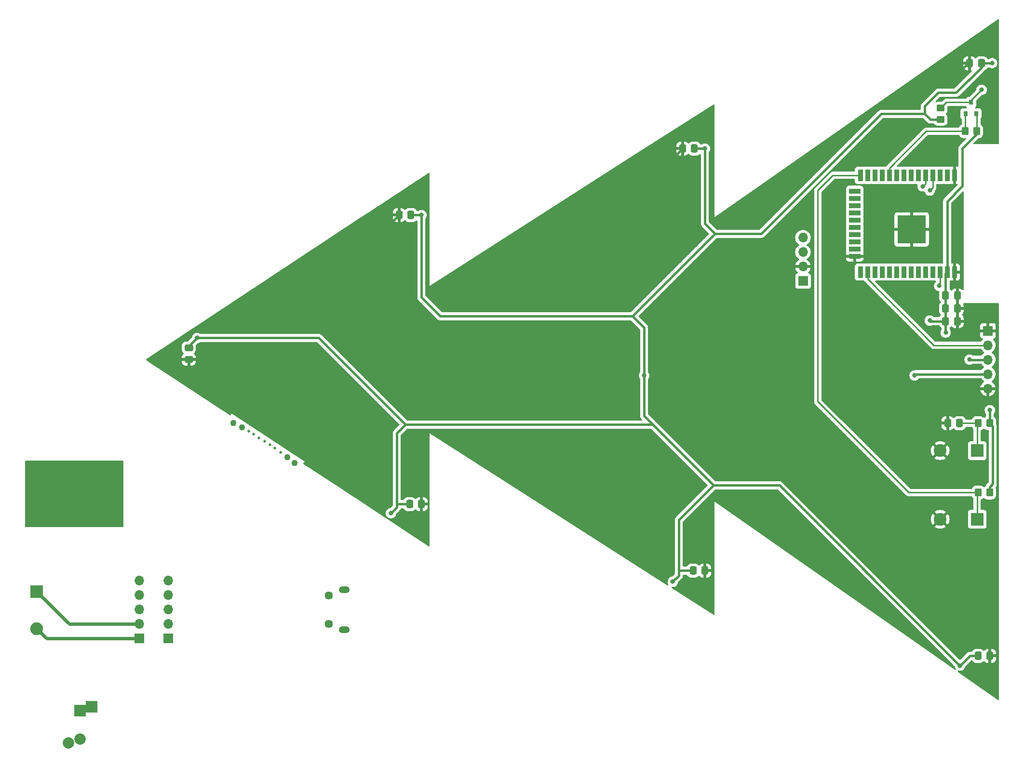
<source format=gbr>
%TF.GenerationSoftware,KiCad,Pcbnew,8.0.5*%
%TF.CreationDate,2024-12-06T23:01:49+01:00*%
%TF.ProjectId,xmasTree,786d6173-5472-4656-952e-6b696361645f,R2*%
%TF.SameCoordinates,Original*%
%TF.FileFunction,Copper,L2,Bot*%
%TF.FilePolarity,Positive*%
%FSLAX46Y46*%
G04 Gerber Fmt 4.6, Leading zero omitted, Abs format (unit mm)*
G04 Created by KiCad (PCBNEW 8.0.5) date 2024-12-06 23:01:49*
%MOMM*%
%LPD*%
G01*
G04 APERTURE LIST*
G04 Aperture macros list*
%AMRoundRect*
0 Rectangle with rounded corners*
0 $1 Rounding radius*
0 $2 $3 $4 $5 $6 $7 $8 $9 X,Y pos of 4 corners*
0 Add a 4 corners polygon primitive as box body*
4,1,4,$2,$3,$4,$5,$6,$7,$8,$9,$2,$3,0*
0 Add four circle primitives for the rounded corners*
1,1,$1+$1,$2,$3*
1,1,$1+$1,$4,$5*
1,1,$1+$1,$6,$7*
1,1,$1+$1,$8,$9*
0 Add four rect primitives between the rounded corners*
20,1,$1+$1,$2,$3,$4,$5,0*
20,1,$1+$1,$4,$5,$6,$7,0*
20,1,$1+$1,$6,$7,$8,$9,0*
20,1,$1+$1,$8,$9,$2,$3,0*%
G04 Aperture macros list end*
%TA.AperFunction,ComponentPad*%
%ADD10R,2.250000X2.250000*%
%TD*%
%TA.AperFunction,ComponentPad*%
%ADD11C,2.250000*%
%TD*%
%TA.AperFunction,ComponentPad*%
%ADD12O,1.900000X1.200000*%
%TD*%
%TA.AperFunction,ComponentPad*%
%ADD13C,1.450000*%
%TD*%
%TA.AperFunction,ComponentPad*%
%ADD14R,2.000000X2.000000*%
%TD*%
%TA.AperFunction,ComponentPad*%
%ADD15C,2.000000*%
%TD*%
%TA.AperFunction,ComponentPad*%
%ADD16R,1.700000X1.700000*%
%TD*%
%TA.AperFunction,ComponentPad*%
%ADD17O,1.700000X1.700000*%
%TD*%
%TA.AperFunction,SMDPad,CuDef*%
%ADD18R,0.900000X2.000000*%
%TD*%
%TA.AperFunction,SMDPad,CuDef*%
%ADD19R,2.000000X0.900000*%
%TD*%
%TA.AperFunction,SMDPad,CuDef*%
%ADD20R,5.000000X5.000000*%
%TD*%
%TA.AperFunction,SMDPad,CuDef*%
%ADD21RoundRect,0.250000X0.450000X-0.350000X0.450000X0.350000X-0.450000X0.350000X-0.450000X-0.350000X0*%
%TD*%
%TA.AperFunction,SMDPad,CuDef*%
%ADD22RoundRect,0.250000X-0.337500X-0.475000X0.337500X-0.475000X0.337500X0.475000X-0.337500X0.475000X0*%
%TD*%
%TA.AperFunction,SMDPad,CuDef*%
%ADD23R,0.800000X0.900000*%
%TD*%
%TA.AperFunction,SMDPad,CuDef*%
%ADD24RoundRect,0.250000X0.337500X0.475000X-0.337500X0.475000X-0.337500X-0.475000X0.337500X-0.475000X0*%
%TD*%
%TA.AperFunction,SMDPad,CuDef*%
%ADD25RoundRect,0.250000X0.350000X0.450000X-0.350000X0.450000X-0.350000X-0.450000X0.350000X-0.450000X0*%
%TD*%
%TA.AperFunction,SMDPad,CuDef*%
%ADD26RoundRect,0.250000X0.475000X-0.337500X0.475000X0.337500X-0.475000X0.337500X-0.475000X-0.337500X0*%
%TD*%
%TA.AperFunction,ViaPad*%
%ADD27C,0.800000*%
%TD*%
%TA.AperFunction,ViaPad*%
%ADD28C,2.032000*%
%TD*%
%TA.AperFunction,ViaPad*%
%ADD29C,0.500000*%
%TD*%
%TA.AperFunction,ViaPad*%
%ADD30C,1.100000*%
%TD*%
%TA.AperFunction,Conductor*%
%ADD31C,0.254000*%
%TD*%
%TA.AperFunction,Conductor*%
%ADD32C,0.609600*%
%TD*%
%TA.AperFunction,Conductor*%
%ADD33C,0.406400*%
%TD*%
G04 APERTURE END LIST*
D10*
%TO.P,S3,1,1*%
%TO.N,/MODES1*%
X54610000Y-120015000D03*
D11*
%TO.P,S3,2,2*%
%TO.N,GND1*%
X54610000Y-126515000D03*
%TD*%
D10*
%TO.P,S2,1,1*%
%TO.N,/00*%
X219785000Y-107315000D03*
D11*
%TO.P,S2,2,2*%
%TO.N,GND*%
X213285000Y-107315000D03*
%TD*%
%TO.P,S1,2,2*%
%TO.N,GND*%
X213285000Y-95250000D03*
D10*
%TO.P,S1,1,1*%
%TO.N,/EN*%
X219785000Y-95250000D03*
%TD*%
D12*
%TO.P,J1,6,Shield*%
%TO.N,GND1*%
X108585500Y-126690000D03*
D13*
X105885500Y-125690000D03*
X105885500Y-120690000D03*
D12*
X108585500Y-119690000D03*
%TD*%
D14*
%TO.P,C10,1*%
%TO.N,+3.3VA*%
X64230000Y-140297856D03*
X62230000Y-140970000D03*
D15*
%TO.P,C10,2*%
%TO.N,GND1*%
X62230000Y-145970000D03*
X60230000Y-146642144D03*
%TD*%
D16*
%TO.P,J4,1,Pin_1*%
%TO.N,GND1*%
X77688000Y-128270000D03*
D17*
%TO.P,J4,2,Pin_2*%
%TO.N,/MODES1*%
X77688000Y-125730000D03*
%TO.P,J4,3,Pin_3*%
%TO.N,+3.3VA*%
X77688000Y-123190000D03*
%TO.P,J4,4,Pin_4*%
%TO.N,+5VA*%
X77688000Y-120650000D03*
%TO.P,J4,5,Pin_5*%
%TO.N,GND1*%
X77688000Y-118110000D03*
%TD*%
D16*
%TO.P,J2,1,Pin_1*%
%TO.N,GND1*%
X72608000Y-128270000D03*
D17*
%TO.P,J2,2,Pin_2*%
%TO.N,/MODES1*%
X72608000Y-125730000D03*
%TO.P,J2,3,Pin_3*%
%TO.N,+3.3VA*%
X72608000Y-123190000D03*
%TO.P,J2,4,Pin_4*%
%TO.N,+5VA*%
X72608000Y-120650000D03*
%TO.P,J2,5,Pin_5*%
%TO.N,GND1*%
X72608000Y-118110000D03*
%TD*%
D16*
%TO.P,J3,1,Pin_1*%
%TO.N,GND*%
X221670000Y-74189500D03*
D17*
%TO.P,J3,2,Pin_2*%
%TO.N,/MODES*%
X221670000Y-76729500D03*
%TO.P,J3,3,Pin_3*%
%TO.N,+3.3V*%
X221670000Y-79269500D03*
%TO.P,J3,4,Pin_4*%
%TO.N,+5V*%
X221670000Y-81809500D03*
%TO.P,J3,5,Pin_5*%
%TO.N,GND*%
X221670000Y-84349500D03*
%TD*%
D18*
%TO.P,U2,1,GND*%
%TO.N,GND*%
X215773000Y-63872000D03*
%TO.P,U2,2,VDD*%
%TO.N,+3.3V*%
X214503000Y-63872000D03*
%TO.P,U2,3,EN*%
%TO.N,/EN*%
X213233000Y-63872000D03*
%TO.P,U2,4,SENSOR_VP*%
%TO.N,unconnected-(U2-SENSOR_VP-Pad4)*%
X211963000Y-63872000D03*
%TO.P,U2,5,SENSOR_VN*%
%TO.N,unconnected-(U2-SENSOR_VN-Pad5)*%
X210693000Y-63872000D03*
%TO.P,U2,6,IO34*%
%TO.N,unconnected-(U2-IO34-Pad6)*%
X209423000Y-63872000D03*
%TO.P,U2,7,IO35*%
%TO.N,unconnected-(U2-IO35-Pad7)*%
X208153000Y-63872000D03*
%TO.P,U2,8,IO32*%
%TO.N,unconnected-(U2-IO32-Pad8)*%
X206883000Y-63872000D03*
%TO.P,U2,9,IO33*%
%TO.N,unconnected-(U2-IO33-Pad9)*%
X205613000Y-63872000D03*
%TO.P,U2,10,IO25*%
%TO.N,unconnected-(U2-IO25-Pad10)*%
X204343000Y-63872000D03*
%TO.P,U2,11,IO26*%
%TO.N,unconnected-(U2-IO26-Pad11)*%
X203073000Y-63872000D03*
%TO.P,U2,12,IO27*%
%TO.N,unconnected-(U2-IO27-Pad12)*%
X201803000Y-63872000D03*
%TO.P,U2,13,IO14*%
%TO.N,/MODES*%
X200533000Y-63872000D03*
%TO.P,U2,14,IO12*%
%TO.N,unconnected-(U2-IO12-Pad14)*%
X199263000Y-63872000D03*
D19*
%TO.P,U2,15,GND*%
%TO.N,GND*%
X198263000Y-61087000D03*
%TO.P,U2,16,IO13*%
%TO.N,unconnected-(U2-IO13-Pad16)*%
X198263000Y-59817000D03*
%TO.P,U2,17,SHD/SD2*%
%TO.N,unconnected-(U2-SHD{slash}SD2-Pad17)*%
X198263000Y-58547000D03*
%TO.P,U2,18,SWP/SD3*%
%TO.N,unconnected-(U2-SWP{slash}SD3-Pad18)*%
X198263000Y-57277000D03*
%TO.P,U2,19,SCS/CMD*%
%TO.N,unconnected-(U2-SCS{slash}CMD-Pad19)*%
X198263000Y-56007000D03*
%TO.P,U2,20,SCK/CLK*%
%TO.N,unconnected-(U2-SCK{slash}CLK-Pad20)*%
X198263000Y-54737000D03*
%TO.P,U2,21,SDO/SD0*%
%TO.N,unconnected-(U2-SDO{slash}SD0-Pad21)*%
X198263000Y-53467000D03*
%TO.P,U2,22,SDI/SD1*%
%TO.N,unconnected-(U2-SDI{slash}SD1-Pad22)*%
X198263000Y-52197000D03*
%TO.P,U2,23,IO15*%
%TO.N,unconnected-(U2-IO15-Pad23)*%
X198263000Y-50927000D03*
%TO.P,U2,24,IO2*%
%TO.N,unconnected-(U2-IO2-Pad24)*%
X198263000Y-49657000D03*
D18*
%TO.P,U2,25,IO0*%
%TO.N,/00*%
X199263000Y-46872000D03*
%TO.P,U2,26,IO4*%
%TO.N,unconnected-(U2-IO4-Pad26)*%
X200533000Y-46872000D03*
%TO.P,U2,27,IO16*%
%TO.N,unconnected-(U2-IO16-Pad27)*%
X201803000Y-46872000D03*
%TO.P,U2,28,IO17*%
%TO.N,unconnected-(U2-IO17-Pad28)*%
X203073000Y-46872000D03*
%TO.P,U2,29,IO5*%
%TO.N,/LED_L*%
X204343000Y-46872000D03*
%TO.P,U2,30,IO18*%
%TO.N,unconnected-(U2-IO18-Pad30)*%
X205613000Y-46872000D03*
%TO.P,U2,31,IO19*%
%TO.N,unconnected-(U2-IO19-Pad31)*%
X206883000Y-46872000D03*
%TO.P,U2,32,NC*%
%TO.N,unconnected-(U2-NC-Pad32)*%
X208153000Y-46872000D03*
%TO.P,U2,33,IO21*%
%TO.N,unconnected-(U2-IO21-Pad33)*%
X209423000Y-46872000D03*
%TO.P,U2,34,RXD0/IO3*%
%TO.N,/RX*%
X210693000Y-46872000D03*
%TO.P,U2,35,TXD0/IO1*%
%TO.N,/TX*%
X211963000Y-46872000D03*
%TO.P,U2,36,IO22*%
%TO.N,unconnected-(U2-IO22-Pad36)*%
X213233000Y-46872000D03*
%TO.P,U2,37,IO23*%
%TO.N,unconnected-(U2-IO23-Pad37)*%
X214503000Y-46872000D03*
%TO.P,U2,38,GND*%
%TO.N,GND*%
X215773000Y-46872000D03*
D20*
%TO.P,U2,39,GND*%
X208273000Y-56372000D03*
%TD*%
D21*
%TO.P,R2,1*%
%TO.N,+5V*%
X213360000Y-37052000D03*
%TO.P,R2,2*%
%TO.N,/LED_H*%
X213360000Y-35052000D03*
%TD*%
D22*
%TO.P,C1,1*%
%TO.N,GND*%
X218447800Y-27178000D03*
%TO.P,C1,2*%
%TO.N,+5V*%
X220522800Y-27178000D03*
%TD*%
%TO.P,C2,1*%
%TO.N,GND*%
X168028800Y-42164000D03*
%TO.P,C2,2*%
%TO.N,+5V*%
X170103800Y-42164000D03*
%TD*%
D23*
%TO.P,Q1,1,G*%
%TO.N,+3.3V*%
X219644000Y-36052000D03*
%TO.P,Q1,2,S*%
%TO.N,/LED_L*%
X217744000Y-36052000D03*
%TO.P,Q1,3,D*%
%TO.N,/LED_H*%
X218694000Y-34052000D03*
%TD*%
D24*
%TO.P,C6,1*%
%TO.N,GND*%
X122174000Y-104648000D03*
%TO.P,C6,2*%
%TO.N,+5V*%
X120099000Y-104648000D03*
%TD*%
%TO.P,C7,1*%
%TO.N,GND*%
X171958000Y-116332000D03*
%TO.P,C7,2*%
%TO.N,+5V*%
X169883000Y-116332000D03*
%TD*%
%TO.P,C8,1*%
%TO.N,GND*%
X221996000Y-131318000D03*
%TO.P,C8,2*%
%TO.N,+5V*%
X219921000Y-131318000D03*
%TD*%
D25*
%TO.P,R3,1*%
%TO.N,+3.3V*%
X221964000Y-90424000D03*
%TO.P,R3,2*%
%TO.N,/EN*%
X219964000Y-90424000D03*
%TD*%
D26*
%TO.P,C4,1*%
%TO.N,GND*%
X81330800Y-79240200D03*
%TO.P,C4,2*%
%TO.N,+5V*%
X81330800Y-77165200D03*
%TD*%
D24*
%TO.P,C5,1*%
%TO.N,GND*%
X216287500Y-70250000D03*
%TO.P,C5,2*%
%TO.N,+3.3V*%
X214212500Y-70250000D03*
%TD*%
D25*
%TO.P,R1,1*%
%TO.N,+3.3V*%
X219710000Y-39116000D03*
%TO.P,R1,2*%
%TO.N,/LED_L*%
X217710000Y-39116000D03*
%TD*%
D22*
%TO.P,C3,1*%
%TO.N,GND*%
X118244800Y-53848000D03*
%TO.P,C3,2*%
%TO.N,+5V*%
X120319800Y-53848000D03*
%TD*%
D25*
%TO.P,R4,1*%
%TO.N,+3.3V*%
X221964000Y-102616000D03*
%TO.P,R4,2*%
%TO.N,/00*%
X219964000Y-102616000D03*
%TD*%
D22*
%TO.P,C11,1*%
%TO.N,GND*%
X214587000Y-90424000D03*
%TO.P,C11,2*%
%TO.N,/EN*%
X216662000Y-90424000D03*
%TD*%
D24*
%TO.P,C13,1*%
%TO.N,GND*%
X216287500Y-72500000D03*
%TO.P,C13,2*%
%TO.N,+3.3V*%
X214212500Y-72500000D03*
%TD*%
D16*
%TO.P,J5,1,Pin_1*%
%TO.N,Net-(J5-Pin_1)*%
X189185000Y-65445000D03*
D17*
%TO.P,J5,2,Pin_2*%
%TO.N,GND*%
X189185000Y-62905000D03*
%TO.P,J5,3,Pin_3*%
%TO.N,/RX*%
X189185000Y-60365000D03*
%TO.P,J5,4,Pin_4*%
%TO.N,/TX*%
X189185000Y-57825000D03*
%TD*%
D24*
%TO.P,C12,1*%
%TO.N,GND*%
X216287500Y-68000000D03*
%TO.P,C12,2*%
%TO.N,+3.3V*%
X214212500Y-68000000D03*
%TD*%
D27*
%TO.N,+5V*%
X161290000Y-82042000D03*
X208788000Y-82042000D03*
X171958000Y-42164000D03*
X122174000Y-53848000D03*
X82804000Y-75438000D03*
X222402400Y-27152600D03*
X166319200Y-118287800D03*
X216763600Y-133045200D03*
X116814600Y-106248200D03*
%TO.N,+3.3V*%
X221996000Y-88138000D03*
X214250000Y-74500000D03*
X218440000Y-79248000D03*
X211455000Y-72390000D03*
%TO.N,GND*%
X190500000Y-109728000D03*
X137668000Y-80010000D03*
X180594000Y-90932000D03*
X114046000Y-80010000D03*
X215900000Y-61722000D03*
X216154000Y-66040000D03*
X155092400Y-76454000D03*
X105435400Y-91846400D03*
X157226000Y-96774000D03*
X157480000Y-59690000D03*
X153924000Y-80010000D03*
X134620000Y-93980000D03*
X105918000Y-66294000D03*
X215646000Y-44450000D03*
X134112000Y-64008000D03*
X215138000Y-49022000D03*
X195834000Y-61214000D03*
X200406000Y-61214000D03*
D28*
X208280000Y-56388000D03*
D29*
X95554800Y-94208600D03*
D27*
X122529600Y-100228400D03*
X166192200Y-44170600D03*
D30*
X98628200Y-96443800D03*
D29*
X94640400Y-93599000D03*
D27*
X116586000Y-55880000D03*
X172466000Y-111582200D03*
D30*
X90703400Y-91186000D03*
D27*
X86258400Y-79806800D03*
D30*
X89179400Y-90373200D03*
D27*
X216611200Y-28752800D03*
D29*
X92735400Y-92379800D03*
D30*
X99923600Y-97434400D03*
D27*
X222377000Y-126644400D03*
D29*
X96469200Y-94843600D03*
X93675200Y-92989400D03*
X97434400Y-95529400D03*
X91821000Y-91846400D03*
D27*
%TO.N,/LED_H*%
X220548200Y-31851600D03*
%TO.N,/TX*%
X211455000Y-49530000D03*
%TO.N,/RX*%
X210185000Y-48803000D03*
%TO.N,/EN*%
X213106000Y-66294000D03*
%TO.N,+3.3VA*%
X58674000Y-104394000D03*
X58420000Y-101346000D03*
X64008000Y-104648000D03*
X64008000Y-101346000D03*
%TD*%
D31*
%TO.N,/00*%
X219785000Y-102795000D02*
X219964000Y-102616000D01*
X219785000Y-107315000D02*
X219785000Y-102795000D01*
%TO.N,/EN*%
X219785000Y-90603000D02*
X219964000Y-90424000D01*
X219785000Y-95250000D02*
X219785000Y-90603000D01*
D32*
%TO.N,/MODES1*%
X60325000Y-125730000D02*
X54610000Y-120015000D01*
X72608000Y-125730000D02*
X60325000Y-125730000D01*
%TO.N,GND1*%
X56365000Y-128270000D02*
X54610000Y-126515000D01*
X72608000Y-128270000D02*
X56365000Y-128270000D01*
D33*
%TO.N,+5V*%
X82804000Y-75438000D02*
X104140000Y-75438000D01*
X161290000Y-89154000D02*
X162814000Y-90678000D01*
X161290000Y-82042000D02*
X161290000Y-89154000D01*
X161290000Y-82042000D02*
X161290000Y-73660000D01*
X161290000Y-73660000D02*
X159258000Y-71628000D01*
X171958000Y-55372000D02*
X171958000Y-42164000D01*
X119380000Y-90678000D02*
X162814000Y-90678000D01*
X122174000Y-68326000D02*
X125476000Y-71628000D01*
X173736000Y-57150000D02*
X171958000Y-55372000D01*
X125476000Y-71628000D02*
X159258000Y-71628000D01*
X181864000Y-57150000D02*
X173736000Y-57150000D01*
X202946000Y-36068000D02*
X181864000Y-57150000D01*
X210566000Y-36068000D02*
X202946000Y-36068000D01*
X211550000Y-37052000D02*
X213360000Y-37052000D01*
X162814000Y-90678000D02*
X173482000Y-101346000D01*
X104140000Y-75438000D02*
X119380000Y-90678000D01*
X117856000Y-104648000D02*
X117856000Y-92202000D01*
X173482000Y-101346000D02*
X167386000Y-107442000D01*
X167386000Y-107442000D02*
X167386000Y-116332000D01*
X117856000Y-92202000D02*
X119380000Y-90678000D01*
X221670000Y-81809500D02*
X209020500Y-81809500D01*
X209020500Y-81809500D02*
X208788000Y-82042000D01*
X122174000Y-53848000D02*
X122174000Y-68326000D01*
X210566000Y-36068000D02*
X211550000Y-37052000D01*
X82804000Y-75438000D02*
X82804000Y-75438000D01*
X159258000Y-71628000D02*
X173736000Y-57150000D01*
X169883000Y-116332000D02*
X167386000Y-116332000D01*
X81280000Y-76962000D02*
X82804000Y-75438000D01*
X120099000Y-104648000D02*
X117856000Y-104648000D01*
X117856000Y-105206800D02*
X117856000Y-104648000D01*
X218490800Y-131318000D02*
X216763600Y-133045200D01*
X120319800Y-53848000D02*
X122174000Y-53848000D01*
X173482000Y-101346000D02*
X185064400Y-101346000D01*
X222377000Y-27178000D02*
X222402400Y-27152600D01*
X167386000Y-117221000D02*
X167386000Y-116332000D01*
X220522800Y-27914600D02*
X216077800Y-32359600D01*
X185064400Y-101346000D02*
X216763600Y-133045200D01*
X166319200Y-118287800D02*
X167386000Y-117221000D01*
X220522800Y-27178000D02*
X222377000Y-27178000D01*
X212928200Y-32359600D02*
X210566000Y-34721800D01*
X210566000Y-34721800D02*
X210566000Y-36068000D01*
X216077800Y-32359600D02*
X212928200Y-32359600D01*
X116814600Y-106248200D02*
X117856000Y-105206800D01*
X170103800Y-42164000D02*
X171958000Y-42164000D01*
X220522800Y-27178000D02*
X220522800Y-27914600D01*
X219921000Y-131318000D02*
X218490800Y-131318000D01*
%TO.N,+3.3V*%
X218461500Y-79269500D02*
X218440000Y-79248000D01*
X221670000Y-79269500D02*
X218461500Y-79269500D01*
X222504000Y-90964000D02*
X221964000Y-90424000D01*
D31*
X219710000Y-39116000D02*
X219710000Y-36118000D01*
X219710000Y-36118000D02*
X219644000Y-36052000D01*
D33*
X214503000Y-51435000D02*
X214503000Y-63872000D01*
X219710000Y-39116000D02*
X219710000Y-39624000D01*
X221964000Y-101632000D02*
X222504000Y-101092000D01*
X219710000Y-39624000D02*
X217170000Y-42164000D01*
X222504000Y-101092000D02*
X222504000Y-90964000D01*
X221996000Y-90392000D02*
X221964000Y-90424000D01*
X221996000Y-88138000D02*
X221996000Y-90392000D01*
X217170000Y-48768000D02*
X214503000Y-51435000D01*
X221964000Y-102616000D02*
X221964000Y-101632000D01*
X217170000Y-42164000D02*
X217170000Y-48768000D01*
X214212500Y-72500000D02*
X211565000Y-72500000D01*
X211565000Y-72500000D02*
X211455000Y-72390000D01*
X214212500Y-64162500D02*
X214503000Y-63872000D01*
X214250000Y-74500000D02*
X214212500Y-74462500D01*
X214212500Y-68000000D02*
X214212500Y-64162500D01*
X214212500Y-70250000D02*
X214212500Y-68000000D01*
X214212500Y-74462500D02*
X214212500Y-72500000D01*
X214212500Y-72500000D02*
X214212500Y-70250000D01*
%TO.N,GND*%
X81330800Y-79240200D02*
X85691800Y-79240200D01*
X116586000Y-55880000D02*
X116586000Y-55506800D01*
X122174000Y-104648000D02*
X122174000Y-100584000D01*
X171958000Y-112090200D02*
X172466000Y-111582200D01*
X166192200Y-44170600D02*
X166192200Y-44000600D01*
X221996000Y-127025400D02*
X222377000Y-126644400D01*
X85691800Y-79240200D02*
X86258400Y-79806800D01*
X218447800Y-27178000D02*
X218186000Y-27178000D01*
X221996000Y-131318000D02*
X221996000Y-127025400D01*
X171958000Y-116332000D02*
X171958000Y-112090200D01*
X122174000Y-100584000D02*
X122529600Y-100228400D01*
X218186000Y-27178000D02*
X216611200Y-28752800D01*
X116586000Y-55506800D02*
X118244800Y-53848000D01*
X166192200Y-44000600D02*
X168028800Y-42164000D01*
D31*
%TO.N,/LED_H*%
X214360000Y-34052000D02*
X213360000Y-35052000D01*
X218694000Y-34052000D02*
X214360000Y-34052000D01*
X220548200Y-31851600D02*
X218694000Y-33705800D01*
X218694000Y-33705800D02*
X218694000Y-34052000D01*
%TO.N,/LED_L*%
X217710000Y-36086000D02*
X217744000Y-36052000D01*
X217710000Y-39116000D02*
X210845000Y-39116000D01*
X210845000Y-39116000D02*
X204343000Y-45618000D01*
X204343000Y-45618000D02*
X204343000Y-46872000D01*
X217710000Y-39116000D02*
X217710000Y-36086000D01*
%TO.N,/TX*%
X211963000Y-49022000D02*
X211963000Y-46872000D01*
X211455000Y-49530000D02*
X211963000Y-49022000D01*
%TO.N,/RX*%
X210693000Y-48295000D02*
X210693000Y-46872000D01*
X210185000Y-48803000D02*
X210693000Y-48295000D01*
%TO.N,/EN*%
X213233000Y-66167000D02*
X213106000Y-66294000D01*
X213233000Y-63872000D02*
X213233000Y-66167000D01*
X219964000Y-90424000D02*
X216662000Y-90424000D01*
X220167200Y-90627200D02*
X219964000Y-90424000D01*
%TO.N,/00*%
X219964000Y-102616000D02*
X207772000Y-102616000D01*
X191770000Y-86614000D02*
X191770000Y-49530000D01*
X207772000Y-102616000D02*
X191770000Y-86614000D01*
X191770000Y-49530000D02*
X194428000Y-46872000D01*
X194428000Y-46872000D02*
X199263000Y-46872000D01*
%TO.N,/MODES*%
X221670000Y-76729500D02*
X212136500Y-76729500D01*
X200533000Y-65126000D02*
X200533000Y-63872000D01*
X212136500Y-76729500D02*
X200533000Y-65126000D01*
%TD*%
%TA.AperFunction,Conductor*%
%TO.N,GND*%
G36*
X217803326Y-34707502D02*
G01*
X217835823Y-34742403D01*
X217837711Y-34740990D01*
X217843110Y-34748202D01*
X217843111Y-34748204D01*
X217861663Y-34772987D01*
X217930738Y-34865261D01*
X217932570Y-34866632D01*
X217933942Y-34868465D01*
X217937111Y-34871634D01*
X217936655Y-34872089D01*
X217975117Y-34923467D01*
X217980182Y-34994283D01*
X217946156Y-35056595D01*
X217883844Y-35090621D01*
X217857061Y-35093500D01*
X217295350Y-35093500D01*
X217234803Y-35100009D01*
X217234795Y-35100011D01*
X217097797Y-35151110D01*
X217097792Y-35151112D01*
X216980738Y-35238738D01*
X216893112Y-35355792D01*
X216893110Y-35355797D01*
X216842011Y-35492795D01*
X216842009Y-35492803D01*
X216835500Y-35553350D01*
X216835500Y-36550649D01*
X216842009Y-36611196D01*
X216842011Y-36611204D01*
X216893110Y-36748202D01*
X216893112Y-36748207D01*
X216944315Y-36816605D01*
X216980739Y-36865261D01*
X217024008Y-36897652D01*
X217066555Y-36954486D01*
X217074500Y-36998520D01*
X217074500Y-37880593D01*
X217054498Y-37948714D01*
X217014647Y-37987834D01*
X216886347Y-38066970D01*
X216886341Y-38066975D01*
X216760975Y-38192341D01*
X216760970Y-38192347D01*
X216667886Y-38343260D01*
X216667883Y-38343267D01*
X216651028Y-38394133D01*
X216610614Y-38452505D01*
X216545058Y-38479760D01*
X216531424Y-38480500D01*
X210782406Y-38480500D01*
X210659630Y-38504922D01*
X210659625Y-38504924D01*
X210543977Y-38552827D01*
X210543973Y-38552829D01*
X210450252Y-38615450D01*
X210450253Y-38615451D01*
X210439896Y-38622371D01*
X210439885Y-38622380D01*
X203937892Y-45124375D01*
X203849377Y-45212889D01*
X203849372Y-45212896D01*
X203777397Y-45320614D01*
X203722920Y-45366142D01*
X203652477Y-45374990D01*
X203639905Y-45371661D01*
X203639867Y-45371823D01*
X203632195Y-45370009D01*
X203571649Y-45363500D01*
X203571638Y-45363500D01*
X202574362Y-45363500D01*
X202574350Y-45363500D01*
X202513804Y-45370009D01*
X202513801Y-45370010D01*
X202482030Y-45381860D01*
X202411214Y-45386923D01*
X202393970Y-45381860D01*
X202362198Y-45370010D01*
X202362195Y-45370009D01*
X202301649Y-45363500D01*
X202301638Y-45363500D01*
X201304362Y-45363500D01*
X201304350Y-45363500D01*
X201243804Y-45370009D01*
X201243801Y-45370010D01*
X201212030Y-45381860D01*
X201141214Y-45386923D01*
X201123970Y-45381860D01*
X201092198Y-45370010D01*
X201092195Y-45370009D01*
X201031649Y-45363500D01*
X201031638Y-45363500D01*
X200034362Y-45363500D01*
X200034350Y-45363500D01*
X199973804Y-45370009D01*
X199973801Y-45370010D01*
X199942030Y-45381860D01*
X199871214Y-45386923D01*
X199853970Y-45381860D01*
X199822198Y-45370010D01*
X199822195Y-45370009D01*
X199761649Y-45363500D01*
X199761638Y-45363500D01*
X198764362Y-45363500D01*
X198764350Y-45363500D01*
X198703803Y-45370009D01*
X198703795Y-45370011D01*
X198566797Y-45421110D01*
X198566792Y-45421112D01*
X198449738Y-45508738D01*
X198362112Y-45625792D01*
X198362110Y-45625797D01*
X198311011Y-45762795D01*
X198311009Y-45762803D01*
X198304500Y-45823350D01*
X198304500Y-46110500D01*
X198284498Y-46178621D01*
X198230842Y-46225114D01*
X198178500Y-46236500D01*
X194365406Y-46236500D01*
X194242630Y-46260922D01*
X194242625Y-46260924D01*
X194126977Y-46308827D01*
X194022896Y-46378372D01*
X194022889Y-46378377D01*
X191276377Y-49124889D01*
X191276372Y-49124896D01*
X191206827Y-49228977D01*
X191158924Y-49344625D01*
X191158922Y-49344630D01*
X191134500Y-49467406D01*
X191134500Y-49467409D01*
X191134500Y-86551409D01*
X191134500Y-86676591D01*
X191158922Y-86799369D01*
X191206827Y-86915022D01*
X191276375Y-87019108D01*
X207366892Y-103109625D01*
X207470978Y-103179173D01*
X207586631Y-103227078D01*
X207709409Y-103251500D01*
X207834591Y-103251500D01*
X218785424Y-103251500D01*
X218853545Y-103271502D01*
X218900038Y-103325158D01*
X218905028Y-103337867D01*
X218911330Y-103356885D01*
X218921885Y-103388738D01*
X218978722Y-103480885D01*
X219014970Y-103539652D01*
X219014975Y-103539658D01*
X219112595Y-103637278D01*
X219146621Y-103699590D01*
X219149500Y-103726373D01*
X219149500Y-105555500D01*
X219129498Y-105623621D01*
X219075842Y-105670114D01*
X219023500Y-105681500D01*
X218611350Y-105681500D01*
X218550803Y-105688009D01*
X218550795Y-105688011D01*
X218413797Y-105739110D01*
X218413792Y-105739112D01*
X218296738Y-105826738D01*
X218209112Y-105943792D01*
X218209110Y-105943797D01*
X218158011Y-106080795D01*
X218158009Y-106080803D01*
X218151500Y-106141350D01*
X218151500Y-108488649D01*
X218158009Y-108549196D01*
X218158011Y-108549204D01*
X218209110Y-108686202D01*
X218209112Y-108686207D01*
X218296738Y-108803261D01*
X218413792Y-108890887D01*
X218413794Y-108890888D01*
X218413796Y-108890889D01*
X218472875Y-108912924D01*
X218550795Y-108941988D01*
X218550803Y-108941990D01*
X218611350Y-108948499D01*
X218611355Y-108948499D01*
X218611362Y-108948500D01*
X218611368Y-108948500D01*
X220958632Y-108948500D01*
X220958638Y-108948500D01*
X220958645Y-108948499D01*
X220958649Y-108948499D01*
X221019196Y-108941990D01*
X221019199Y-108941989D01*
X221019201Y-108941989D01*
X221156204Y-108890889D01*
X221207052Y-108852825D01*
X221273261Y-108803261D01*
X221360887Y-108686207D01*
X221360887Y-108686206D01*
X221360889Y-108686204D01*
X221411989Y-108549201D01*
X221418500Y-108488638D01*
X221418500Y-106141362D01*
X221418499Y-106141350D01*
X221411990Y-106080803D01*
X221411988Y-106080795D01*
X221360889Y-105943797D01*
X221360887Y-105943792D01*
X221273261Y-105826738D01*
X221156207Y-105739112D01*
X221156202Y-105739110D01*
X221019204Y-105688011D01*
X221019196Y-105688009D01*
X220958649Y-105681500D01*
X220958638Y-105681500D01*
X220546500Y-105681500D01*
X220478379Y-105661498D01*
X220431886Y-105607842D01*
X220420500Y-105555500D01*
X220420500Y-103920753D01*
X220440502Y-103852632D01*
X220494158Y-103806139D01*
X220506854Y-103801153D01*
X220636738Y-103758115D01*
X220787652Y-103665030D01*
X220815404Y-103637278D01*
X220874905Y-103577778D01*
X220937217Y-103543752D01*
X221008032Y-103548817D01*
X221053095Y-103577778D01*
X221140341Y-103665024D01*
X221140347Y-103665029D01*
X221140348Y-103665030D01*
X221291262Y-103758115D01*
X221459574Y-103813887D01*
X221563455Y-103824500D01*
X222364544Y-103824499D01*
X222468426Y-103813887D01*
X222636738Y-103758115D01*
X222787652Y-103665030D01*
X222913030Y-103539652D01*
X223006115Y-103388738D01*
X223061887Y-103220426D01*
X223072500Y-103116545D01*
X223072499Y-102115456D01*
X223061887Y-102011574D01*
X223006115Y-101843262D01*
X222964232Y-101775359D01*
X222945495Y-101706882D01*
X222966754Y-101639143D01*
X222982378Y-101620119D01*
X223056814Y-101545683D01*
X223134701Y-101429117D01*
X223188350Y-101299595D01*
X223189283Y-101294898D01*
X223189291Y-101294883D01*
X223189287Y-101294883D01*
X223215701Y-101162096D01*
X223215701Y-101021904D01*
X223215701Y-101016712D01*
X223215700Y-101016686D01*
X223215700Y-91040329D01*
X223215701Y-91040308D01*
X223215701Y-90893908D01*
X223215701Y-90893904D01*
X223188350Y-90756405D01*
X223175351Y-90725022D01*
X223134701Y-90626883D01*
X223093734Y-90565572D01*
X223072519Y-90497819D01*
X223072499Y-90495570D01*
X223072499Y-89923455D01*
X223061887Y-89819574D01*
X223051345Y-89787760D01*
X223006115Y-89651262D01*
X222913030Y-89500348D01*
X222787652Y-89374970D01*
X222767551Y-89362571D01*
X222720074Y-89309784D01*
X222707700Y-89255331D01*
X222707700Y-88753514D01*
X222727702Y-88685393D01*
X222731763Y-88679454D01*
X222735032Y-88674952D01*
X222735040Y-88674944D01*
X222830527Y-88509556D01*
X222889542Y-88327928D01*
X222909504Y-88138000D01*
X222889542Y-87948072D01*
X222830527Y-87766444D01*
X222735040Y-87601056D01*
X222735038Y-87601054D01*
X222735034Y-87601048D01*
X222607255Y-87459135D01*
X222452752Y-87346882D01*
X222278288Y-87269206D01*
X222091487Y-87229500D01*
X221900513Y-87229500D01*
X221713711Y-87269206D01*
X221539247Y-87346882D01*
X221384744Y-87459135D01*
X221256965Y-87601048D01*
X221256958Y-87601058D01*
X221161476Y-87766438D01*
X221161473Y-87766445D01*
X221102457Y-87948072D01*
X221082496Y-88138000D01*
X221102457Y-88327927D01*
X221131606Y-88417636D01*
X221161473Y-88509556D01*
X221218911Y-88609042D01*
X221256959Y-88674942D01*
X221260237Y-88679454D01*
X221284095Y-88746322D01*
X221284300Y-88753514D01*
X221284300Y-89215856D01*
X221264298Y-89283977D01*
X221224447Y-89323097D01*
X221140347Y-89374970D01*
X221140341Y-89374975D01*
X221053095Y-89462222D01*
X220990783Y-89496248D01*
X220919968Y-89491183D01*
X220874905Y-89462222D01*
X220787658Y-89374975D01*
X220787652Y-89374970D01*
X220747129Y-89349975D01*
X220636738Y-89281885D01*
X220544570Y-89251344D01*
X220468427Y-89226113D01*
X220468420Y-89226112D01*
X220364553Y-89215500D01*
X219563455Y-89215500D01*
X219459574Y-89226112D01*
X219291261Y-89281885D01*
X219140347Y-89374970D01*
X219140341Y-89374975D01*
X219014975Y-89500341D01*
X219014970Y-89500347D01*
X218921886Y-89651260D01*
X218921883Y-89651267D01*
X218905028Y-89702133D01*
X218864614Y-89760505D01*
X218799058Y-89787760D01*
X218785424Y-89788500D01*
X217836360Y-89788500D01*
X217768239Y-89768498D01*
X217721746Y-89714842D01*
X217716758Y-89702141D01*
X217691615Y-89626262D01*
X217598530Y-89475348D01*
X217598527Y-89475345D01*
X217598524Y-89475341D01*
X217473158Y-89349975D01*
X217473152Y-89349970D01*
X217322238Y-89256885D01*
X217238082Y-89228999D01*
X217153927Y-89201113D01*
X217153920Y-89201112D01*
X217050053Y-89190500D01*
X216273955Y-89190500D01*
X216170074Y-89201112D01*
X216001761Y-89256885D01*
X215850847Y-89349970D01*
X215850841Y-89349975D01*
X215725471Y-89475345D01*
X215723011Y-89478457D01*
X215720781Y-89480035D01*
X215720280Y-89480537D01*
X215720194Y-89480451D01*
X215665068Y-89519483D01*
X215594143Y-89522671D01*
X215532754Y-89487008D01*
X215525337Y-89478446D01*
X215523132Y-89475657D01*
X215397845Y-89350370D01*
X215397839Y-89350365D01*
X215247025Y-89257342D01*
X215078821Y-89201606D01*
X215078818Y-89201605D01*
X214975016Y-89191000D01*
X214841000Y-89191000D01*
X214841000Y-91657000D01*
X214975017Y-91657000D01*
X214975016Y-91656999D01*
X215078818Y-91646394D01*
X215078821Y-91646393D01*
X215247025Y-91590657D01*
X215397839Y-91497634D01*
X215397845Y-91497629D01*
X215523124Y-91372350D01*
X215525332Y-91369558D01*
X215527337Y-91368137D01*
X215528325Y-91367150D01*
X215528493Y-91367318D01*
X215583268Y-91328522D01*
X215654193Y-91325323D01*
X215715588Y-91360976D01*
X215723015Y-91369547D01*
X215725474Y-91372657D01*
X215850841Y-91498024D01*
X215850847Y-91498029D01*
X215850848Y-91498030D01*
X216001762Y-91591115D01*
X216170074Y-91646887D01*
X216273955Y-91657500D01*
X217050044Y-91657499D01*
X217153926Y-91646887D01*
X217322238Y-91591115D01*
X217473152Y-91498030D01*
X217598530Y-91372652D01*
X217691615Y-91221738D01*
X217716756Y-91145865D01*
X217757169Y-91087496D01*
X217822726Y-91060240D01*
X217836360Y-91059500D01*
X218785424Y-91059500D01*
X218853545Y-91079502D01*
X218900038Y-91133158D01*
X218905028Y-91145867D01*
X218921885Y-91196738D01*
X219014970Y-91347652D01*
X219014975Y-91347658D01*
X219112595Y-91445278D01*
X219146621Y-91507590D01*
X219149500Y-91534373D01*
X219149500Y-93490500D01*
X219129498Y-93558621D01*
X219075842Y-93605114D01*
X219023500Y-93616500D01*
X218611350Y-93616500D01*
X218550803Y-93623009D01*
X218550795Y-93623011D01*
X218413797Y-93674110D01*
X218413792Y-93674112D01*
X218296738Y-93761738D01*
X218209112Y-93878792D01*
X218209110Y-93878797D01*
X218158011Y-94015795D01*
X218158009Y-94015803D01*
X218151500Y-94076350D01*
X218151500Y-96423649D01*
X218158009Y-96484196D01*
X218158011Y-96484204D01*
X218209110Y-96621202D01*
X218209112Y-96621207D01*
X218296738Y-96738261D01*
X218413792Y-96825887D01*
X218413794Y-96825888D01*
X218413796Y-96825889D01*
X218472875Y-96847924D01*
X218550795Y-96876988D01*
X218550803Y-96876990D01*
X218611350Y-96883499D01*
X218611355Y-96883499D01*
X218611362Y-96883500D01*
X218611368Y-96883500D01*
X220958632Y-96883500D01*
X220958638Y-96883500D01*
X220958645Y-96883499D01*
X220958649Y-96883499D01*
X221019196Y-96876990D01*
X221019199Y-96876989D01*
X221019201Y-96876989D01*
X221156204Y-96825889D01*
X221156226Y-96825873D01*
X221273261Y-96738261D01*
X221360887Y-96621207D01*
X221360887Y-96621206D01*
X221360889Y-96621204D01*
X221411989Y-96484201D01*
X221416651Y-96440842D01*
X221418499Y-96423649D01*
X221418500Y-96423632D01*
X221418500Y-94076367D01*
X221418499Y-94076350D01*
X221411990Y-94015803D01*
X221411988Y-94015795D01*
X221360889Y-93878797D01*
X221360887Y-93878792D01*
X221273261Y-93761738D01*
X221156207Y-93674112D01*
X221156202Y-93674110D01*
X221019204Y-93623011D01*
X221019196Y-93623009D01*
X220958649Y-93616500D01*
X220958638Y-93616500D01*
X220546500Y-93616500D01*
X220478379Y-93596498D01*
X220431886Y-93542842D01*
X220420500Y-93490500D01*
X220420500Y-91728753D01*
X220440502Y-91660632D01*
X220494158Y-91614139D01*
X220506854Y-91609153D01*
X220636738Y-91566115D01*
X220787652Y-91473030D01*
X220815404Y-91445278D01*
X220874905Y-91385778D01*
X220937217Y-91351752D01*
X221008032Y-91356817D01*
X221053095Y-91385778D01*
X221140341Y-91473024D01*
X221140347Y-91473029D01*
X221140348Y-91473030D01*
X221291262Y-91566115D01*
X221459574Y-91621887D01*
X221563455Y-91632500D01*
X221666300Y-91632499D01*
X221734420Y-91652500D01*
X221780913Y-91706156D01*
X221792300Y-91758499D01*
X221792300Y-100745012D01*
X221772298Y-100813133D01*
X221755395Y-100834107D01*
X221510320Y-101079182D01*
X221510317Y-101079186D01*
X221411188Y-101178314D01*
X221411183Y-101178321D01*
X221333298Y-101294883D01*
X221312125Y-101345998D01*
X221312126Y-101345999D01*
X221279649Y-101424404D01*
X221279646Y-101424413D01*
X221277513Y-101435137D01*
X221244601Y-101498045D01*
X221220084Y-101517787D01*
X221140350Y-101566968D01*
X221140341Y-101566975D01*
X221053095Y-101654222D01*
X220990783Y-101688248D01*
X220919968Y-101683183D01*
X220874905Y-101654222D01*
X220787658Y-101566975D01*
X220787652Y-101566970D01*
X220787649Y-101566968D01*
X220636738Y-101473885D01*
X220519802Y-101435137D01*
X220468427Y-101418113D01*
X220468420Y-101418112D01*
X220364553Y-101407500D01*
X219563455Y-101407500D01*
X219459574Y-101418112D01*
X219291261Y-101473885D01*
X219140347Y-101566970D01*
X219140341Y-101566975D01*
X219014975Y-101692341D01*
X219014970Y-101692347D01*
X218921886Y-101843260D01*
X218921883Y-101843267D01*
X218905028Y-101894133D01*
X218864614Y-101952505D01*
X218799058Y-101979760D01*
X218785424Y-101980500D01*
X208087423Y-101980500D01*
X208019302Y-101960498D01*
X207998328Y-101943595D01*
X201304733Y-95250000D01*
X211646950Y-95250000D01*
X211667117Y-95506246D01*
X211727121Y-95756183D01*
X211825486Y-95993657D01*
X211959791Y-96212824D01*
X211961253Y-96214536D01*
X212682301Y-95493488D01*
X212708978Y-95557890D01*
X212780112Y-95664351D01*
X212870649Y-95754888D01*
X212977110Y-95826022D01*
X213041510Y-95852698D01*
X212320462Y-96573745D01*
X212320462Y-96573746D01*
X212322174Y-96575207D01*
X212541342Y-96709513D01*
X212778816Y-96807878D01*
X213028753Y-96867882D01*
X213285000Y-96888049D01*
X213541246Y-96867882D01*
X213791183Y-96807878D01*
X214028657Y-96709513D01*
X214247825Y-96575207D01*
X214249535Y-96573746D01*
X214249536Y-96573745D01*
X213528489Y-95852698D01*
X213592890Y-95826022D01*
X213699351Y-95754888D01*
X213789888Y-95664351D01*
X213861022Y-95557890D01*
X213887698Y-95493489D01*
X214608745Y-96214536D01*
X214608746Y-96214535D01*
X214610207Y-96212825D01*
X214744513Y-95993657D01*
X214842878Y-95756183D01*
X214902882Y-95506246D01*
X214923049Y-95250000D01*
X214902882Y-94993753D01*
X214842878Y-94743816D01*
X214744513Y-94506342D01*
X214610207Y-94287174D01*
X214608745Y-94285462D01*
X213887697Y-95006509D01*
X213861022Y-94942110D01*
X213789888Y-94835649D01*
X213699351Y-94745112D01*
X213592890Y-94673978D01*
X213528488Y-94647301D01*
X214249536Y-93926253D01*
X214247824Y-93924791D01*
X214028657Y-93790486D01*
X213791183Y-93692121D01*
X213541246Y-93632117D01*
X213285000Y-93611950D01*
X213028753Y-93632117D01*
X212778816Y-93692121D01*
X212541342Y-93790486D01*
X212322177Y-93924790D01*
X212322174Y-93924793D01*
X212320462Y-93926253D01*
X213041510Y-94647301D01*
X212977110Y-94673978D01*
X212870649Y-94745112D01*
X212780112Y-94835649D01*
X212708978Y-94942110D01*
X212682301Y-95006510D01*
X211961253Y-94285462D01*
X211959793Y-94287174D01*
X211959790Y-94287177D01*
X211825486Y-94506342D01*
X211727121Y-94743816D01*
X211667117Y-94993753D01*
X211646950Y-95250000D01*
X201304733Y-95250000D01*
X197004249Y-90949516D01*
X213491500Y-90949516D01*
X213502105Y-91053318D01*
X213502106Y-91053321D01*
X213557842Y-91221525D01*
X213650865Y-91372339D01*
X213650870Y-91372345D01*
X213776154Y-91497629D01*
X213776160Y-91497634D01*
X213926974Y-91590657D01*
X214095178Y-91646393D01*
X214095181Y-91646394D01*
X214198983Y-91656999D01*
X214198983Y-91657000D01*
X214333000Y-91657000D01*
X214333000Y-90678000D01*
X213491500Y-90678000D01*
X213491500Y-90949516D01*
X197004249Y-90949516D01*
X195953216Y-89898483D01*
X213491500Y-89898483D01*
X213491500Y-90170000D01*
X214333000Y-90170000D01*
X214333000Y-89191000D01*
X214198983Y-89191000D01*
X214095181Y-89201605D01*
X214095178Y-89201606D01*
X213926974Y-89257342D01*
X213776160Y-89350365D01*
X213776154Y-89350370D01*
X213650870Y-89475654D01*
X213650865Y-89475660D01*
X213557842Y-89626474D01*
X213502106Y-89794678D01*
X213502105Y-89794681D01*
X213491500Y-89898483D01*
X195953216Y-89898483D01*
X192442405Y-86387672D01*
X192408379Y-86325360D01*
X192405500Y-86298577D01*
X192405500Y-61585597D01*
X196755000Y-61585597D01*
X196761505Y-61646093D01*
X196812555Y-61782964D01*
X196812555Y-61782965D01*
X196900095Y-61899904D01*
X197017034Y-61987444D01*
X197153906Y-62038494D01*
X197214402Y-62044999D01*
X197214415Y-62045000D01*
X198009000Y-62045000D01*
X198517000Y-62045000D01*
X199311585Y-62045000D01*
X199311597Y-62044999D01*
X199372093Y-62038494D01*
X199508964Y-61987444D01*
X199508965Y-61987444D01*
X199625904Y-61899904D01*
X199713444Y-61782965D01*
X199713444Y-61782964D01*
X199764494Y-61646093D01*
X199770999Y-61585597D01*
X199771000Y-61585585D01*
X199771000Y-61341000D01*
X198517000Y-61341000D01*
X198517000Y-62045000D01*
X198009000Y-62045000D01*
X198009000Y-61341000D01*
X196755000Y-61341000D01*
X196755000Y-61585597D01*
X192405500Y-61585597D01*
X192405500Y-49845423D01*
X192425502Y-49777302D01*
X192442405Y-49756328D01*
X193040383Y-49158350D01*
X196754500Y-49158350D01*
X196754500Y-50155649D01*
X196761009Y-50216195D01*
X196761010Y-50216198D01*
X196772860Y-50247970D01*
X196777923Y-50318786D01*
X196772860Y-50336030D01*
X196761010Y-50367801D01*
X196761009Y-50367804D01*
X196754500Y-50428350D01*
X196754500Y-51425649D01*
X196761009Y-51486195D01*
X196761010Y-51486198D01*
X196772860Y-51517970D01*
X196777923Y-51588786D01*
X196772860Y-51606030D01*
X196761010Y-51637801D01*
X196761009Y-51637804D01*
X196754500Y-51698350D01*
X196754500Y-52695649D01*
X196761009Y-52756195D01*
X196761010Y-52756198D01*
X196772860Y-52787970D01*
X196777923Y-52858786D01*
X196772860Y-52876030D01*
X196761010Y-52907801D01*
X196761009Y-52907804D01*
X196754500Y-52968350D01*
X196754500Y-53965649D01*
X196761009Y-54026195D01*
X196761010Y-54026198D01*
X196761010Y-54026200D01*
X196761011Y-54026201D01*
X196765385Y-54037928D01*
X196772860Y-54057970D01*
X196777923Y-54128786D01*
X196772860Y-54146030D01*
X196761010Y-54177801D01*
X196761009Y-54177804D01*
X196754500Y-54238350D01*
X196754500Y-55235649D01*
X196761009Y-55296195D01*
X196761010Y-55296198D01*
X196772860Y-55327970D01*
X196777923Y-55398786D01*
X196772860Y-55416030D01*
X196761010Y-55447801D01*
X196761009Y-55447804D01*
X196754500Y-55508350D01*
X196754500Y-56505649D01*
X196761009Y-56566195D01*
X196761010Y-56566198D01*
X196761010Y-56566200D01*
X196761011Y-56566201D01*
X196764911Y-56576658D01*
X196772860Y-56597970D01*
X196777923Y-56668786D01*
X196772860Y-56686030D01*
X196761010Y-56717801D01*
X196761009Y-56717804D01*
X196754500Y-56778350D01*
X196754500Y-57775649D01*
X196761009Y-57836195D01*
X196761010Y-57836198D01*
X196772860Y-57867970D01*
X196777923Y-57938786D01*
X196772860Y-57956030D01*
X196761010Y-57987801D01*
X196761009Y-57987804D01*
X196754500Y-58048350D01*
X196754500Y-59045649D01*
X196761009Y-59106195D01*
X196761010Y-59106198D01*
X196772860Y-59137970D01*
X196777923Y-59208786D01*
X196772860Y-59226030D01*
X196761010Y-59257801D01*
X196761009Y-59257804D01*
X196754500Y-59318350D01*
X196754500Y-60315649D01*
X196761009Y-60376195D01*
X196761011Y-60376202D01*
X196773126Y-60408684D01*
X196778190Y-60479500D01*
X196773127Y-60496744D01*
X196761505Y-60527904D01*
X196755000Y-60588402D01*
X196755000Y-60833000D01*
X199771000Y-60833000D01*
X199771000Y-60588414D01*
X199770999Y-60588402D01*
X199764494Y-60527906D01*
X199764493Y-60527902D01*
X199752873Y-60496746D01*
X199747809Y-60425930D01*
X199752873Y-60408684D01*
X199764989Y-60376201D01*
X199766194Y-60365000D01*
X199771499Y-60315649D01*
X199771500Y-60315632D01*
X199771500Y-59318367D01*
X199771499Y-59318350D01*
X199764990Y-59257803D01*
X199764989Y-59257801D01*
X199764989Y-59257799D01*
X199753140Y-59226033D01*
X199748074Y-59155221D01*
X199753137Y-59137974D01*
X199764989Y-59106201D01*
X199766194Y-59095000D01*
X199771499Y-59045649D01*
X199771500Y-59045632D01*
X199771500Y-58920597D01*
X205265000Y-58920597D01*
X205271505Y-58981093D01*
X205322555Y-59117964D01*
X205322555Y-59117965D01*
X205410095Y-59234904D01*
X205527034Y-59322444D01*
X205663906Y-59373494D01*
X205724402Y-59379999D01*
X205724415Y-59380000D01*
X208019000Y-59380000D01*
X208527000Y-59380000D01*
X210821585Y-59380000D01*
X210821597Y-59379999D01*
X210882093Y-59373494D01*
X211018964Y-59322444D01*
X211018965Y-59322444D01*
X211135904Y-59234904D01*
X211223444Y-59117965D01*
X211223444Y-59117964D01*
X211274494Y-58981093D01*
X211280999Y-58920597D01*
X211281000Y-58920585D01*
X211281000Y-56626000D01*
X208527000Y-56626000D01*
X208527000Y-59380000D01*
X208019000Y-59380000D01*
X208019000Y-56626000D01*
X205265000Y-56626000D01*
X205265000Y-58920597D01*
X199771500Y-58920597D01*
X199771500Y-58048367D01*
X199771499Y-58048350D01*
X199764990Y-57987803D01*
X199764989Y-57987801D01*
X199764989Y-57987799D01*
X199753140Y-57956033D01*
X199748074Y-57885221D01*
X199753137Y-57867974D01*
X199764989Y-57836201D01*
X199765189Y-57834349D01*
X199771499Y-57775649D01*
X199771500Y-57775632D01*
X199771500Y-56778367D01*
X199771499Y-56778350D01*
X199764990Y-56717803D01*
X199764989Y-56717801D01*
X199764989Y-56717799D01*
X199753140Y-56686033D01*
X199748074Y-56615221D01*
X199753137Y-56597974D01*
X199764989Y-56566201D01*
X199771500Y-56505638D01*
X199771500Y-55508362D01*
X199764990Y-55447804D01*
X199764990Y-55447803D01*
X199764989Y-55447801D01*
X199764989Y-55447799D01*
X199753140Y-55416033D01*
X199748074Y-55345221D01*
X199753137Y-55327974D01*
X199764989Y-55296201D01*
X199771500Y-55235638D01*
X199771500Y-54238362D01*
X199769479Y-54219561D01*
X199764990Y-54177803D01*
X199764989Y-54177801D01*
X199764989Y-54177799D01*
X199753140Y-54146033D01*
X199748074Y-54075221D01*
X199753137Y-54057974D01*
X199764989Y-54026201D01*
X199771500Y-53965638D01*
X199771500Y-53823402D01*
X205265000Y-53823402D01*
X205265000Y-56118000D01*
X208019000Y-56118000D01*
X208527000Y-56118000D01*
X211281000Y-56118000D01*
X211281000Y-53823414D01*
X211280999Y-53823402D01*
X211274494Y-53762906D01*
X211223444Y-53626035D01*
X211223444Y-53626034D01*
X211135904Y-53509095D01*
X211018965Y-53421555D01*
X210882093Y-53370505D01*
X210821597Y-53364000D01*
X208527000Y-53364000D01*
X208527000Y-56118000D01*
X208019000Y-56118000D01*
X208019000Y-53364000D01*
X205724402Y-53364000D01*
X205663906Y-53370505D01*
X205527035Y-53421555D01*
X205527034Y-53421555D01*
X205410095Y-53509095D01*
X205322555Y-53626034D01*
X205322555Y-53626035D01*
X205271505Y-53762906D01*
X205265000Y-53823402D01*
X199771500Y-53823402D01*
X199771500Y-52968362D01*
X199769168Y-52946671D01*
X199764990Y-52907803D01*
X199764989Y-52907801D01*
X199764989Y-52907799D01*
X199753140Y-52876033D01*
X199748074Y-52805221D01*
X199753137Y-52787974D01*
X199764989Y-52756201D01*
X199771500Y-52695638D01*
X199771500Y-51698362D01*
X199764990Y-51637804D01*
X199764990Y-51637803D01*
X199764989Y-51637801D01*
X199764989Y-51637799D01*
X199753140Y-51606033D01*
X199748074Y-51535221D01*
X199753137Y-51517974D01*
X199764989Y-51486201D01*
X199771500Y-51425638D01*
X199771500Y-50428362D01*
X199771499Y-50428350D01*
X199764990Y-50367803D01*
X199764989Y-50367801D01*
X199764989Y-50367799D01*
X199753140Y-50336033D01*
X199748074Y-50265221D01*
X199753137Y-50247974D01*
X199764989Y-50216201D01*
X199771500Y-50155638D01*
X199771500Y-49158362D01*
X199771499Y-49158350D01*
X199764990Y-49097803D01*
X199764988Y-49097795D01*
X199713889Y-48960797D01*
X199713887Y-48960792D01*
X199626261Y-48843738D01*
X199509207Y-48756112D01*
X199509202Y-48756110D01*
X199372204Y-48705011D01*
X199372196Y-48705009D01*
X199311649Y-48698500D01*
X199311638Y-48698500D01*
X197214362Y-48698500D01*
X197214350Y-48698500D01*
X197153803Y-48705009D01*
X197153795Y-48705011D01*
X197016797Y-48756110D01*
X197016792Y-48756112D01*
X196899738Y-48843738D01*
X196812112Y-48960792D01*
X196812110Y-48960797D01*
X196761011Y-49097795D01*
X196761009Y-49097803D01*
X196754500Y-49158350D01*
X193040383Y-49158350D01*
X194654328Y-47544405D01*
X194716640Y-47510379D01*
X194743423Y-47507500D01*
X198178500Y-47507500D01*
X198246621Y-47527502D01*
X198293114Y-47581158D01*
X198304500Y-47633500D01*
X198304500Y-47920649D01*
X198311009Y-47981196D01*
X198311011Y-47981204D01*
X198362110Y-48118202D01*
X198362112Y-48118207D01*
X198449738Y-48235261D01*
X198566792Y-48322887D01*
X198566794Y-48322888D01*
X198566796Y-48322889D01*
X198625875Y-48344924D01*
X198703795Y-48373988D01*
X198703803Y-48373990D01*
X198764350Y-48380499D01*
X198764355Y-48380499D01*
X198764362Y-48380500D01*
X198764368Y-48380500D01*
X199761632Y-48380500D01*
X199761638Y-48380500D01*
X199761645Y-48380499D01*
X199761649Y-48380499D01*
X199822196Y-48373990D01*
X199822197Y-48373989D01*
X199822201Y-48373989D01*
X199853966Y-48362140D01*
X199924779Y-48357074D01*
X199942025Y-48362137D01*
X199973799Y-48373989D01*
X199973801Y-48373989D01*
X199973803Y-48373990D01*
X200034350Y-48380499D01*
X200034355Y-48380499D01*
X200034362Y-48380500D01*
X200034368Y-48380500D01*
X201031632Y-48380500D01*
X201031638Y-48380500D01*
X201031645Y-48380499D01*
X201031649Y-48380499D01*
X201092196Y-48373990D01*
X201092197Y-48373989D01*
X201092201Y-48373989D01*
X201123966Y-48362140D01*
X201194779Y-48357074D01*
X201212025Y-48362137D01*
X201243799Y-48373989D01*
X201243801Y-48373989D01*
X201243803Y-48373990D01*
X201304350Y-48380499D01*
X201304355Y-48380499D01*
X201304362Y-48380500D01*
X201304368Y-48380500D01*
X202301632Y-48380500D01*
X202301638Y-48380500D01*
X202301645Y-48380499D01*
X202301649Y-48380499D01*
X202362196Y-48373990D01*
X202362197Y-48373989D01*
X202362201Y-48373989D01*
X202393966Y-48362140D01*
X202464779Y-48357074D01*
X202482025Y-48362137D01*
X202513799Y-48373989D01*
X202513801Y-48373989D01*
X202513803Y-48373990D01*
X202574350Y-48380499D01*
X202574355Y-48380499D01*
X202574362Y-48380500D01*
X202574368Y-48380500D01*
X203571632Y-48380500D01*
X203571638Y-48380500D01*
X203571645Y-48380499D01*
X203571649Y-48380499D01*
X203632196Y-48373990D01*
X203632197Y-48373989D01*
X203632201Y-48373989D01*
X203663966Y-48362140D01*
X203734779Y-48357074D01*
X203752025Y-48362137D01*
X203783799Y-48373989D01*
X203783801Y-48373989D01*
X203783803Y-48373990D01*
X203844350Y-48380499D01*
X203844355Y-48380499D01*
X203844362Y-48380500D01*
X203844368Y-48380500D01*
X204841632Y-48380500D01*
X204841638Y-48380500D01*
X204841645Y-48380499D01*
X204841649Y-48380499D01*
X204902196Y-48373990D01*
X204902197Y-48373989D01*
X204902201Y-48373989D01*
X204933966Y-48362140D01*
X205004779Y-48357074D01*
X205022025Y-48362137D01*
X205053799Y-48373989D01*
X205053801Y-48373989D01*
X205053803Y-48373990D01*
X205114350Y-48380499D01*
X205114355Y-48380499D01*
X205114362Y-48380500D01*
X205114368Y-48380500D01*
X206111632Y-48380500D01*
X206111638Y-48380500D01*
X206111645Y-48380499D01*
X206111649Y-48380499D01*
X206172196Y-48373990D01*
X206172197Y-48373989D01*
X206172201Y-48373989D01*
X206203966Y-48362140D01*
X206274779Y-48357074D01*
X206292025Y-48362137D01*
X206323799Y-48373989D01*
X206323801Y-48373989D01*
X206323803Y-48373990D01*
X206384350Y-48380499D01*
X206384355Y-48380499D01*
X206384362Y-48380500D01*
X206384368Y-48380500D01*
X207381632Y-48380500D01*
X207381638Y-48380500D01*
X207381645Y-48380499D01*
X207381649Y-48380499D01*
X207442196Y-48373990D01*
X207442197Y-48373989D01*
X207442201Y-48373989D01*
X207473966Y-48362140D01*
X207544779Y-48357074D01*
X207562025Y-48362137D01*
X207593799Y-48373989D01*
X207593801Y-48373989D01*
X207593803Y-48373990D01*
X207654350Y-48380499D01*
X207654355Y-48380499D01*
X207654362Y-48380500D01*
X207654368Y-48380500D01*
X208651632Y-48380500D01*
X208651638Y-48380500D01*
X208651645Y-48380499D01*
X208651649Y-48380499D01*
X208712196Y-48373990D01*
X208712197Y-48373989D01*
X208712201Y-48373989D01*
X208743966Y-48362140D01*
X208814779Y-48357074D01*
X208832025Y-48362137D01*
X208863799Y-48373989D01*
X208863801Y-48373989D01*
X208863803Y-48373990D01*
X208924350Y-48380499D01*
X208924355Y-48380499D01*
X208924362Y-48380500D01*
X209193601Y-48380500D01*
X209261722Y-48400502D01*
X209308215Y-48454158D01*
X209318319Y-48524432D01*
X209313434Y-48545436D01*
X209291457Y-48613071D01*
X209271496Y-48803000D01*
X209291457Y-48992927D01*
X209305575Y-49036375D01*
X209350473Y-49174556D01*
X209350476Y-49174561D01*
X209445958Y-49339941D01*
X209445965Y-49339951D01*
X209573744Y-49481864D01*
X209573747Y-49481866D01*
X209728248Y-49594118D01*
X209902712Y-49671794D01*
X210089513Y-49711500D01*
X210280491Y-49711500D01*
X210389276Y-49688375D01*
X210429773Y-49679768D01*
X210500563Y-49685169D01*
X210557196Y-49727985D01*
X210575802Y-49764076D01*
X210620473Y-49901556D01*
X210620476Y-49901561D01*
X210715958Y-50066941D01*
X210715965Y-50066951D01*
X210843744Y-50208864D01*
X210853843Y-50216201D01*
X210998248Y-50321118D01*
X211172712Y-50398794D01*
X211359513Y-50438500D01*
X211550487Y-50438500D01*
X211737288Y-50398794D01*
X211911752Y-50321118D01*
X212066253Y-50208866D01*
X212194040Y-50066944D01*
X212289527Y-49901556D01*
X212348542Y-49719928D01*
X212365575Y-49557866D01*
X212392587Y-49492212D01*
X212401778Y-49481954D01*
X212456625Y-49427108D01*
X212526173Y-49323022D01*
X212574078Y-49207369D01*
X212598500Y-49084591D01*
X212598500Y-48959409D01*
X212598500Y-48506152D01*
X212618502Y-48438031D01*
X212672158Y-48391538D01*
X212731249Y-48380333D01*
X212734362Y-48380500D01*
X213731632Y-48380500D01*
X213731638Y-48380500D01*
X213731645Y-48380499D01*
X213731649Y-48380499D01*
X213792196Y-48373990D01*
X213792197Y-48373989D01*
X213792201Y-48373989D01*
X213823966Y-48362140D01*
X213894779Y-48357074D01*
X213912025Y-48362137D01*
X213943799Y-48373989D01*
X213943801Y-48373989D01*
X213943803Y-48373990D01*
X214004350Y-48380499D01*
X214004355Y-48380499D01*
X214004362Y-48380500D01*
X214004368Y-48380500D01*
X215001632Y-48380500D01*
X215001638Y-48380500D01*
X215001645Y-48380499D01*
X215001649Y-48380499D01*
X215062196Y-48373990D01*
X215062196Y-48373989D01*
X215062201Y-48373989D01*
X215094683Y-48361873D01*
X215165494Y-48356808D01*
X215182746Y-48361873D01*
X215213902Y-48373493D01*
X215213906Y-48373494D01*
X215274402Y-48379999D01*
X215274415Y-48380000D01*
X215519000Y-48380000D01*
X215519000Y-45364000D01*
X215274402Y-45364000D01*
X215213904Y-45370505D01*
X215182744Y-45382127D01*
X215111928Y-45387190D01*
X215094684Y-45382126D01*
X215062202Y-45370011D01*
X215062195Y-45370009D01*
X215001649Y-45363500D01*
X215001638Y-45363500D01*
X214004362Y-45363500D01*
X214004350Y-45363500D01*
X213943804Y-45370009D01*
X213943801Y-45370010D01*
X213912030Y-45381860D01*
X213841214Y-45386923D01*
X213823970Y-45381860D01*
X213792198Y-45370010D01*
X213792195Y-45370009D01*
X213731649Y-45363500D01*
X213731638Y-45363500D01*
X212734362Y-45363500D01*
X212734350Y-45363500D01*
X212673804Y-45370009D01*
X212673801Y-45370010D01*
X212642030Y-45381860D01*
X212571214Y-45386923D01*
X212553970Y-45381860D01*
X212522198Y-45370010D01*
X212522195Y-45370009D01*
X212461649Y-45363500D01*
X212461638Y-45363500D01*
X211464362Y-45363500D01*
X211464350Y-45363500D01*
X211403804Y-45370009D01*
X211403801Y-45370010D01*
X211372030Y-45381860D01*
X211301214Y-45386923D01*
X211283970Y-45381860D01*
X211252198Y-45370010D01*
X211252195Y-45370009D01*
X211191649Y-45363500D01*
X211191638Y-45363500D01*
X210194362Y-45363500D01*
X210194350Y-45363500D01*
X210133804Y-45370009D01*
X210133801Y-45370010D01*
X210102030Y-45381860D01*
X210031214Y-45386923D01*
X210013970Y-45381860D01*
X209982198Y-45370010D01*
X209982195Y-45370009D01*
X209921649Y-45363500D01*
X209921638Y-45363500D01*
X208924362Y-45363500D01*
X208924350Y-45363500D01*
X208863804Y-45370009D01*
X208863801Y-45370010D01*
X208832030Y-45381860D01*
X208761214Y-45386923D01*
X208743970Y-45381860D01*
X208712198Y-45370010D01*
X208712195Y-45370009D01*
X208651649Y-45363500D01*
X208651638Y-45363500D01*
X207654362Y-45363500D01*
X207654350Y-45363500D01*
X207593804Y-45370009D01*
X207593801Y-45370010D01*
X207562030Y-45381860D01*
X207491214Y-45386923D01*
X207473970Y-45381860D01*
X207442198Y-45370010D01*
X207442195Y-45370009D01*
X207381649Y-45363500D01*
X207381638Y-45363500D01*
X206384362Y-45363500D01*
X206384350Y-45363500D01*
X206323804Y-45370009D01*
X206323801Y-45370010D01*
X206292030Y-45381860D01*
X206221214Y-45386923D01*
X206203970Y-45381860D01*
X206172198Y-45370010D01*
X206172195Y-45370009D01*
X206111649Y-45363500D01*
X206111638Y-45363500D01*
X205800423Y-45363500D01*
X205732302Y-45343498D01*
X205685809Y-45289842D01*
X205675705Y-45219568D01*
X205705199Y-45154988D01*
X205711328Y-45148405D01*
X211071328Y-39788405D01*
X211133640Y-39754379D01*
X211160423Y-39751500D01*
X216531424Y-39751500D01*
X216599545Y-39771502D01*
X216646038Y-39825158D01*
X216651028Y-39837867D01*
X216667885Y-39888738D01*
X216667886Y-39888739D01*
X216760970Y-40039652D01*
X216760975Y-40039658D01*
X216886341Y-40165024D01*
X216886347Y-40165029D01*
X216886348Y-40165030D01*
X217037262Y-40258115D01*
X217205574Y-40313887D01*
X217309455Y-40324500D01*
X217698814Y-40324499D01*
X217766933Y-40344501D01*
X217813426Y-40398156D01*
X217823531Y-40468430D01*
X217794038Y-40533011D01*
X217787908Y-40539594D01*
X216716320Y-41611183D01*
X216617188Y-41710314D01*
X216617183Y-41710321D01*
X216539299Y-41826883D01*
X216485651Y-41956399D01*
X216485649Y-41956404D01*
X216458299Y-42093901D01*
X216458299Y-42240308D01*
X216458300Y-42240329D01*
X216458300Y-45243801D01*
X216438298Y-45311922D01*
X216384642Y-45358415D01*
X216318830Y-45369079D01*
X216271597Y-45364000D01*
X216027000Y-45364000D01*
X216027000Y-48380000D01*
X216247314Y-48380000D01*
X216315435Y-48400002D01*
X216361928Y-48453658D01*
X216372032Y-48523932D01*
X216342538Y-48588512D01*
X216336409Y-48595094D01*
X215182326Y-49749177D01*
X214049320Y-50882183D01*
X213950188Y-50981314D01*
X213950183Y-50981321D01*
X213872299Y-51097883D01*
X213818651Y-51227399D01*
X213818649Y-51227404D01*
X213791299Y-51364901D01*
X213791299Y-51511308D01*
X213791300Y-51511329D01*
X213791300Y-62237500D01*
X213771298Y-62305621D01*
X213717642Y-62352114D01*
X213665300Y-62363500D01*
X212734350Y-62363500D01*
X212673804Y-62370009D01*
X212673801Y-62370010D01*
X212642030Y-62381860D01*
X212571214Y-62386923D01*
X212553970Y-62381860D01*
X212522198Y-62370010D01*
X212522195Y-62370009D01*
X212461649Y-62363500D01*
X212461638Y-62363500D01*
X211464362Y-62363500D01*
X211464350Y-62363500D01*
X211403804Y-62370009D01*
X211403801Y-62370010D01*
X211372030Y-62381860D01*
X211301214Y-62386923D01*
X211283970Y-62381860D01*
X211252198Y-62370010D01*
X211252195Y-62370009D01*
X211191649Y-62363500D01*
X211191638Y-62363500D01*
X210194362Y-62363500D01*
X210194350Y-62363500D01*
X210133804Y-62370009D01*
X210133801Y-62370010D01*
X210102030Y-62381860D01*
X210031214Y-62386923D01*
X210013970Y-62381860D01*
X209982198Y-62370010D01*
X209982195Y-62370009D01*
X209921649Y-62363500D01*
X209921638Y-62363500D01*
X208924362Y-62363500D01*
X208924350Y-62363500D01*
X208863804Y-62370009D01*
X208863801Y-62370010D01*
X208832030Y-62381860D01*
X208761214Y-62386923D01*
X208743970Y-62381860D01*
X208712198Y-62370010D01*
X208712195Y-62370009D01*
X208651649Y-62363500D01*
X208651638Y-62363500D01*
X207654362Y-62363500D01*
X207654350Y-62363500D01*
X207593804Y-62370009D01*
X207593801Y-62370010D01*
X207562030Y-62381860D01*
X207491214Y-62386923D01*
X207473970Y-62381860D01*
X207442198Y-62370010D01*
X207442195Y-62370009D01*
X207381649Y-62363500D01*
X207381638Y-62363500D01*
X206384362Y-62363500D01*
X206384350Y-62363500D01*
X206323804Y-62370009D01*
X206323801Y-62370010D01*
X206292030Y-62381860D01*
X206221214Y-62386923D01*
X206203970Y-62381860D01*
X206172198Y-62370010D01*
X206172195Y-62370009D01*
X206111649Y-62363500D01*
X206111638Y-62363500D01*
X205114362Y-62363500D01*
X205114350Y-62363500D01*
X205053804Y-62370009D01*
X205053801Y-62370010D01*
X205022030Y-62381860D01*
X204951214Y-62386923D01*
X204933970Y-62381860D01*
X204902198Y-62370010D01*
X204902195Y-62370009D01*
X204841649Y-62363500D01*
X204841638Y-62363500D01*
X203844362Y-62363500D01*
X203844350Y-62363500D01*
X203783804Y-62370009D01*
X203783801Y-62370010D01*
X203752030Y-62381860D01*
X203681214Y-62386923D01*
X203663970Y-62381860D01*
X203632198Y-62370010D01*
X203632195Y-62370009D01*
X203571649Y-62363500D01*
X203571638Y-62363500D01*
X202574362Y-62363500D01*
X202574350Y-62363500D01*
X202513804Y-62370009D01*
X202513801Y-62370010D01*
X202482030Y-62381860D01*
X202411214Y-62386923D01*
X202393970Y-62381860D01*
X202362198Y-62370010D01*
X202362195Y-62370009D01*
X202301649Y-62363500D01*
X202301638Y-62363500D01*
X201304362Y-62363500D01*
X201304350Y-62363500D01*
X201243804Y-62370009D01*
X201243801Y-62370010D01*
X201212030Y-62381860D01*
X201141214Y-62386923D01*
X201123970Y-62381860D01*
X201092198Y-62370010D01*
X201092195Y-62370009D01*
X201031649Y-62363500D01*
X201031638Y-62363500D01*
X200034362Y-62363500D01*
X200034350Y-62363500D01*
X199973804Y-62370009D01*
X199973801Y-62370010D01*
X199942030Y-62381860D01*
X199871214Y-62386923D01*
X199853970Y-62381860D01*
X199822198Y-62370010D01*
X199822195Y-62370009D01*
X199761649Y-62363500D01*
X199761638Y-62363500D01*
X198764362Y-62363500D01*
X198764350Y-62363500D01*
X198703803Y-62370009D01*
X198703795Y-62370011D01*
X198566797Y-62421110D01*
X198566792Y-62421112D01*
X198449738Y-62508738D01*
X198362112Y-62625792D01*
X198362110Y-62625797D01*
X198311011Y-62762795D01*
X198311009Y-62762803D01*
X198304500Y-62823350D01*
X198304500Y-64920649D01*
X198311009Y-64981196D01*
X198311011Y-64981204D01*
X198362110Y-65118202D01*
X198362112Y-65118207D01*
X198449738Y-65235261D01*
X198566792Y-65322887D01*
X198566794Y-65322888D01*
X198566796Y-65322889D01*
X198625875Y-65344924D01*
X198703795Y-65373988D01*
X198703803Y-65373990D01*
X198764350Y-65380499D01*
X198764355Y-65380499D01*
X198764362Y-65380500D01*
X198764368Y-65380500D01*
X199761632Y-65380500D01*
X199761638Y-65380500D01*
X199761645Y-65380499D01*
X199761649Y-65380499D01*
X199822196Y-65373990D01*
X199822199Y-65373989D01*
X199822201Y-65373989D01*
X199822202Y-65373988D01*
X199829868Y-65372177D01*
X199830415Y-65374492D01*
X199889386Y-65370260D01*
X199951706Y-65404271D01*
X199967397Y-65423385D01*
X199969826Y-65427021D01*
X199969827Y-65427022D01*
X200039375Y-65531108D01*
X211731392Y-77223125D01*
X211835478Y-77292673D01*
X211951131Y-77340578D01*
X212073909Y-77365000D01*
X212199091Y-77365000D01*
X220394269Y-77365000D01*
X220462390Y-77385002D01*
X220499752Y-77422085D01*
X220594275Y-77566765D01*
X220594279Y-77566770D01*
X220746762Y-77732408D01*
X220801331Y-77774881D01*
X220924424Y-77870689D01*
X220957680Y-77888686D01*
X221008071Y-77938700D01*
X221023423Y-78008016D01*
X220998862Y-78074629D01*
X220957680Y-78110313D01*
X220924426Y-78128310D01*
X220924424Y-78128311D01*
X220746762Y-78266591D01*
X220594278Y-78432232D01*
X220549535Y-78500716D01*
X220495531Y-78546804D01*
X220444052Y-78557800D01*
X219076593Y-78557800D01*
X219008472Y-78537798D01*
X219002532Y-78533736D01*
X218896752Y-78456882D01*
X218722288Y-78379206D01*
X218535487Y-78339500D01*
X218344513Y-78339500D01*
X218157711Y-78379206D01*
X217983247Y-78456882D01*
X217828744Y-78569135D01*
X217700965Y-78711048D01*
X217700958Y-78711058D01*
X217605476Y-78876438D01*
X217605473Y-78876445D01*
X217546457Y-79058072D01*
X217526496Y-79248000D01*
X217546457Y-79437927D01*
X217564634Y-79493868D01*
X217605473Y-79619556D01*
X217605476Y-79619561D01*
X217700958Y-79784941D01*
X217700965Y-79784951D01*
X217828744Y-79926864D01*
X217828747Y-79926866D01*
X217983248Y-80039118D01*
X218157712Y-80116794D01*
X218344513Y-80156500D01*
X218535487Y-80156500D01*
X218722288Y-80116794D01*
X218896752Y-80039118D01*
X218943348Y-80005264D01*
X219010216Y-79981405D01*
X219017409Y-79981200D01*
X220444052Y-79981200D01*
X220512173Y-80001202D01*
X220549534Y-80038283D01*
X220594278Y-80106768D01*
X220658319Y-80176334D01*
X220746762Y-80272408D01*
X220801331Y-80314881D01*
X220924424Y-80410689D01*
X220957680Y-80428686D01*
X221008071Y-80478700D01*
X221023423Y-80548016D01*
X220998862Y-80614629D01*
X220957680Y-80650313D01*
X220924426Y-80668310D01*
X220924424Y-80668311D01*
X220746762Y-80806591D01*
X220594278Y-80972232D01*
X220549535Y-81040716D01*
X220495531Y-81086804D01*
X220444052Y-81097800D01*
X209096829Y-81097800D01*
X209096809Y-81097799D01*
X209090596Y-81097799D01*
X208950404Y-81097799D01*
X208950401Y-81097799D01*
X208812904Y-81125149D01*
X208806975Y-81126948D01*
X208806613Y-81125756D01*
X208767680Y-81133500D01*
X208692513Y-81133500D01*
X208505711Y-81173206D01*
X208331247Y-81250882D01*
X208176744Y-81363135D01*
X208048965Y-81505048D01*
X208048958Y-81505058D01*
X207953476Y-81670438D01*
X207953473Y-81670445D01*
X207894457Y-81852072D01*
X207874496Y-82042000D01*
X207894457Y-82231927D01*
X207924526Y-82324470D01*
X207953473Y-82413556D01*
X207953476Y-82413561D01*
X208048958Y-82578941D01*
X208048965Y-82578951D01*
X208176744Y-82720864D01*
X208176747Y-82720866D01*
X208331248Y-82833118D01*
X208505712Y-82910794D01*
X208692513Y-82950500D01*
X208883487Y-82950500D01*
X209070288Y-82910794D01*
X209244752Y-82833118D01*
X209399253Y-82720866D01*
X209399255Y-82720864D01*
X209527034Y-82578951D01*
X209527035Y-82578949D01*
X209527040Y-82578944D01*
X209527043Y-82578937D01*
X209530919Y-82573604D01*
X209533311Y-82575342D01*
X209575331Y-82535236D01*
X209633124Y-82521200D01*
X220444052Y-82521200D01*
X220512173Y-82541202D01*
X220549534Y-82578283D01*
X220594278Y-82646768D01*
X220662489Y-82720864D01*
X220746762Y-82812408D01*
X220773369Y-82833117D01*
X220924424Y-82950689D01*
X220958205Y-82968970D01*
X221008596Y-83018982D01*
X221023949Y-83088299D01*
X220999389Y-83154912D01*
X220958209Y-83190596D01*
X220924704Y-83208728D01*
X220924698Y-83208732D01*
X220747097Y-83346965D01*
X220594674Y-83512541D01*
X220471580Y-83700951D01*
X220381179Y-83907043D01*
X220381176Y-83907050D01*
X220333455Y-84095499D01*
X220333456Y-84095500D01*
X221239297Y-84095500D01*
X221204075Y-84156507D01*
X221170000Y-84283674D01*
X221170000Y-84415326D01*
X221204075Y-84542493D01*
X221239297Y-84603500D01*
X220333455Y-84603500D01*
X220381176Y-84791949D01*
X220381179Y-84791956D01*
X220471580Y-84998048D01*
X220594674Y-85186458D01*
X220747097Y-85352034D01*
X220924698Y-85490267D01*
X220924699Y-85490268D01*
X221122628Y-85597382D01*
X221122630Y-85597383D01*
X221335483Y-85670455D01*
X221335492Y-85670457D01*
X221416000Y-85683891D01*
X221416000Y-84780202D01*
X221477007Y-84815425D01*
X221604174Y-84849500D01*
X221735826Y-84849500D01*
X221862993Y-84815425D01*
X221924000Y-84780202D01*
X221924000Y-85683890D01*
X222004507Y-85670457D01*
X222004516Y-85670455D01*
X222217369Y-85597383D01*
X222217371Y-85597382D01*
X222415300Y-85490268D01*
X222415301Y-85490267D01*
X222592902Y-85352034D01*
X222745325Y-85186458D01*
X222868419Y-84998048D01*
X222958820Y-84791956D01*
X222958823Y-84791949D01*
X223006544Y-84603500D01*
X222100703Y-84603500D01*
X222135925Y-84542493D01*
X222170000Y-84415326D01*
X222170000Y-84283674D01*
X222135925Y-84156507D01*
X222100703Y-84095500D01*
X223006544Y-84095500D01*
X223006544Y-84095499D01*
X222958823Y-83907050D01*
X222958820Y-83907043D01*
X222868419Y-83700951D01*
X222745325Y-83512541D01*
X222592902Y-83346965D01*
X222415301Y-83208732D01*
X222415300Y-83208731D01*
X222381791Y-83190597D01*
X222331401Y-83140583D01*
X222316050Y-83071266D01*
X222340612Y-83004653D01*
X222381790Y-82968972D01*
X222415576Y-82950689D01*
X222593240Y-82812406D01*
X222745722Y-82646768D01*
X222868860Y-82458291D01*
X222959296Y-82252116D01*
X223014564Y-82033868D01*
X223033156Y-81809500D01*
X223014564Y-81585132D01*
X223014562Y-81585124D01*
X222959297Y-81366887D01*
X222959296Y-81366886D01*
X222959296Y-81366884D01*
X222868860Y-81160709D01*
X222862140Y-81150424D01*
X222745724Y-80972234D01*
X222745720Y-80972229D01*
X222593237Y-80806591D01*
X222511382Y-80742881D01*
X222415576Y-80668311D01*
X222382319Y-80650313D01*
X222331929Y-80600302D01*
X222316576Y-80530985D01*
X222341136Y-80464372D01*
X222382320Y-80428686D01*
X222415576Y-80410689D01*
X222593240Y-80272406D01*
X222745722Y-80106768D01*
X222868860Y-79918291D01*
X222959296Y-79712116D01*
X223014564Y-79493868D01*
X223033156Y-79269500D01*
X223014564Y-79045132D01*
X222971847Y-78876445D01*
X222959297Y-78826887D01*
X222959296Y-78826886D01*
X222959296Y-78826884D01*
X222868860Y-78620709D01*
X222835165Y-78569135D01*
X222745724Y-78432234D01*
X222745720Y-78432229D01*
X222627739Y-78304070D01*
X222593240Y-78266594D01*
X222593239Y-78266593D01*
X222593237Y-78266591D01*
X222472989Y-78172998D01*
X222415576Y-78128311D01*
X222382319Y-78110313D01*
X222331929Y-78060302D01*
X222316576Y-77990985D01*
X222341136Y-77924372D01*
X222382320Y-77888686D01*
X222415576Y-77870689D01*
X222593240Y-77732406D01*
X222745722Y-77566768D01*
X222868860Y-77378291D01*
X222959296Y-77172116D01*
X223014564Y-76953868D01*
X223033156Y-76729500D01*
X223014564Y-76505132D01*
X222976304Y-76354047D01*
X222959297Y-76286887D01*
X222959296Y-76286886D01*
X222959296Y-76286884D01*
X222868860Y-76080709D01*
X222837230Y-76032295D01*
X222745724Y-75892234D01*
X222745714Y-75892222D01*
X222602159Y-75736282D01*
X222570737Y-75672617D01*
X222578723Y-75602071D01*
X222623582Y-75547042D01*
X222650827Y-75532888D01*
X222765965Y-75489944D01*
X222882904Y-75402404D01*
X222970444Y-75285465D01*
X222970444Y-75285464D01*
X223021494Y-75148593D01*
X223027999Y-75088097D01*
X223028000Y-75088085D01*
X223028000Y-74443500D01*
X222100703Y-74443500D01*
X222135925Y-74382493D01*
X222170000Y-74255326D01*
X222170000Y-74123674D01*
X222135925Y-73996507D01*
X222100703Y-73935500D01*
X223028000Y-73935500D01*
X223028000Y-73290914D01*
X223027999Y-73290902D01*
X223021494Y-73230406D01*
X222970444Y-73093535D01*
X222970444Y-73093534D01*
X222882904Y-72976595D01*
X222765965Y-72889055D01*
X222629093Y-72838005D01*
X222568597Y-72831500D01*
X221924000Y-72831500D01*
X221924000Y-73758797D01*
X221862993Y-73723575D01*
X221735826Y-73689500D01*
X221604174Y-73689500D01*
X221477007Y-73723575D01*
X221416000Y-73758797D01*
X221416000Y-72831500D01*
X220771402Y-72831500D01*
X220710906Y-72838005D01*
X220574035Y-72889055D01*
X220574034Y-72889055D01*
X220457095Y-72976595D01*
X220369555Y-73093534D01*
X220369555Y-73093535D01*
X220318505Y-73230406D01*
X220312000Y-73290902D01*
X220312000Y-73935500D01*
X221239297Y-73935500D01*
X221204075Y-73996507D01*
X221170000Y-74123674D01*
X221170000Y-74255326D01*
X221204075Y-74382493D01*
X221239297Y-74443500D01*
X220312000Y-74443500D01*
X220312000Y-75088097D01*
X220318505Y-75148593D01*
X220369555Y-75285464D01*
X220369555Y-75285465D01*
X220457095Y-75402404D01*
X220574034Y-75489944D01*
X220689172Y-75532888D01*
X220746008Y-75575435D01*
X220770819Y-75641955D01*
X220755728Y-75711329D01*
X220737841Y-75736282D01*
X220594280Y-75892229D01*
X220594275Y-75892234D01*
X220499752Y-76036915D01*
X220445749Y-76083004D01*
X220394269Y-76094000D01*
X212451923Y-76094000D01*
X212383802Y-76073998D01*
X212362828Y-76057095D01*
X201901328Y-65595595D01*
X201867302Y-65533283D01*
X201872367Y-65462468D01*
X201914914Y-65405632D01*
X201981434Y-65380821D01*
X201990423Y-65380500D01*
X202301632Y-65380500D01*
X202301638Y-65380500D01*
X202301645Y-65380499D01*
X202301649Y-65380499D01*
X202362196Y-65373990D01*
X202362197Y-65373989D01*
X202362201Y-65373989D01*
X202393966Y-65362140D01*
X202464779Y-65357074D01*
X202482025Y-65362137D01*
X202513799Y-65373989D01*
X202513801Y-65373989D01*
X202513803Y-65373990D01*
X202574350Y-65380499D01*
X202574355Y-65380499D01*
X202574362Y-65380500D01*
X202574368Y-65380500D01*
X203571632Y-65380500D01*
X203571638Y-65380500D01*
X203571645Y-65380499D01*
X203571649Y-65380499D01*
X203632196Y-65373990D01*
X203632197Y-65373989D01*
X203632201Y-65373989D01*
X203663966Y-65362140D01*
X203734779Y-65357074D01*
X203752025Y-65362137D01*
X203783799Y-65373989D01*
X203783801Y-65373989D01*
X203783803Y-65373990D01*
X203844350Y-65380499D01*
X203844355Y-65380499D01*
X203844362Y-65380500D01*
X203844368Y-65380500D01*
X204841632Y-65380500D01*
X204841638Y-65380500D01*
X204841645Y-65380499D01*
X204841649Y-65380499D01*
X204902196Y-65373990D01*
X204902197Y-65373989D01*
X204902201Y-65373989D01*
X204933966Y-65362140D01*
X205004779Y-65357074D01*
X205022025Y-65362137D01*
X205053799Y-65373989D01*
X205053801Y-65373989D01*
X205053803Y-65373990D01*
X205114350Y-65380499D01*
X205114355Y-65380499D01*
X205114362Y-65380500D01*
X205114368Y-65380500D01*
X206111632Y-65380500D01*
X206111638Y-65380500D01*
X206111645Y-65380499D01*
X206111649Y-65380499D01*
X206172196Y-65373990D01*
X206172197Y-65373989D01*
X206172201Y-65373989D01*
X206203966Y-65362140D01*
X206274779Y-65357074D01*
X206292025Y-65362137D01*
X206323799Y-65373989D01*
X206323801Y-65373989D01*
X206323803Y-65373990D01*
X206384350Y-65380499D01*
X206384355Y-65380499D01*
X206384362Y-65380500D01*
X206384368Y-65380500D01*
X207381632Y-65380500D01*
X207381638Y-65380500D01*
X207381645Y-65380499D01*
X207381649Y-65380499D01*
X207442196Y-65373990D01*
X207442197Y-65373989D01*
X207442201Y-65373989D01*
X207473966Y-65362140D01*
X207544779Y-65357074D01*
X207562025Y-65362137D01*
X207593799Y-65373989D01*
X207593801Y-65373989D01*
X207593803Y-65373990D01*
X207654350Y-65380499D01*
X207654355Y-65380499D01*
X207654362Y-65380500D01*
X207654368Y-65380500D01*
X208651632Y-65380500D01*
X208651638Y-65380500D01*
X208651645Y-65380499D01*
X208651649Y-65380499D01*
X208712196Y-65373990D01*
X208712197Y-65373989D01*
X208712201Y-65373989D01*
X208743966Y-65362140D01*
X208814779Y-65357074D01*
X208832025Y-65362137D01*
X208863799Y-65373989D01*
X208863801Y-65373989D01*
X208863803Y-65373990D01*
X208924350Y-65380499D01*
X208924355Y-65380499D01*
X208924362Y-65380500D01*
X208924368Y-65380500D01*
X209921632Y-65380500D01*
X209921638Y-65380500D01*
X209921645Y-65380499D01*
X209921649Y-65380499D01*
X209982196Y-65373990D01*
X209982197Y-65373989D01*
X209982201Y-65373989D01*
X210013966Y-65362140D01*
X210084779Y-65357074D01*
X210102025Y-65362137D01*
X210133799Y-65373989D01*
X210133801Y-65373989D01*
X210133803Y-65373990D01*
X210194350Y-65380499D01*
X210194355Y-65380499D01*
X210194362Y-65380500D01*
X210194368Y-65380500D01*
X211191632Y-65380500D01*
X211191638Y-65380500D01*
X211191645Y-65380499D01*
X211191649Y-65380499D01*
X211252196Y-65373990D01*
X211252197Y-65373989D01*
X211252201Y-65373989D01*
X211283966Y-65362140D01*
X211354779Y-65357074D01*
X211372025Y-65362137D01*
X211403799Y-65373989D01*
X211403801Y-65373989D01*
X211403803Y-65373990D01*
X211464350Y-65380499D01*
X211464355Y-65380499D01*
X211464362Y-65380500D01*
X211464368Y-65380500D01*
X212429905Y-65380500D01*
X212498026Y-65400502D01*
X212544519Y-65454158D01*
X212554623Y-65524432D01*
X212525129Y-65589012D01*
X212503965Y-65608437D01*
X212494743Y-65615136D01*
X212366965Y-65757048D01*
X212366958Y-65757058D01*
X212271476Y-65922438D01*
X212271473Y-65922445D01*
X212212457Y-66104072D01*
X212192496Y-66294000D01*
X212212457Y-66483927D01*
X212231068Y-66541204D01*
X212271473Y-66665556D01*
X212271476Y-66665561D01*
X212366958Y-66830941D01*
X212366965Y-66830951D01*
X212494744Y-66972864D01*
X212494747Y-66972866D01*
X212649248Y-67085118D01*
X212823712Y-67162794D01*
X212980664Y-67196155D01*
X213010517Y-67202501D01*
X213017075Y-67203190D01*
X213016883Y-67205014D01*
X213076439Y-67222502D01*
X213122932Y-67276158D01*
X213133036Y-67346432D01*
X213127925Y-67368120D01*
X213127113Y-67370574D01*
X213127112Y-67370576D01*
X213127112Y-67370579D01*
X213116500Y-67474446D01*
X213116500Y-68525544D01*
X213127112Y-68629425D01*
X213182885Y-68797738D01*
X213275970Y-68948652D01*
X213275975Y-68948658D01*
X213363222Y-69035905D01*
X213397248Y-69098217D01*
X213392183Y-69169032D01*
X213363222Y-69214095D01*
X213275975Y-69301341D01*
X213275970Y-69301347D01*
X213182885Y-69452262D01*
X213127113Y-69620572D01*
X213127112Y-69620579D01*
X213116500Y-69724446D01*
X213116500Y-70775544D01*
X213127112Y-70879425D01*
X213182885Y-71047738D01*
X213275970Y-71198652D01*
X213275975Y-71198658D01*
X213363222Y-71285905D01*
X213397248Y-71348217D01*
X213392183Y-71419032D01*
X213363222Y-71464095D01*
X213275975Y-71551341D01*
X213275970Y-71551347D01*
X213228690Y-71628000D01*
X213212171Y-71654783D01*
X213182883Y-71702266D01*
X213179783Y-71708914D01*
X213178555Y-71708341D01*
X213142584Y-71760301D01*
X213077029Y-71787560D01*
X213063390Y-71788300D01*
X212191833Y-71788300D01*
X212123712Y-71768298D01*
X212098197Y-71746611D01*
X212066253Y-71711134D01*
X211911752Y-71598882D01*
X211737288Y-71521206D01*
X211550487Y-71481500D01*
X211359513Y-71481500D01*
X211172711Y-71521206D01*
X210998247Y-71598882D01*
X210843744Y-71711135D01*
X210715965Y-71853048D01*
X210715958Y-71853058D01*
X210620476Y-72018438D01*
X210620473Y-72018445D01*
X210561457Y-72200072D01*
X210541496Y-72390000D01*
X210561457Y-72579927D01*
X210591526Y-72672470D01*
X210620473Y-72761556D01*
X210620476Y-72761561D01*
X210715958Y-72926941D01*
X210715965Y-72926951D01*
X210843744Y-73068864D01*
X210843747Y-73068866D01*
X210998248Y-73181118D01*
X211172712Y-73258794D01*
X211359513Y-73298500D01*
X211550487Y-73298500D01*
X211737288Y-73258794D01*
X211818597Y-73222593D01*
X211869846Y-73211700D01*
X213063390Y-73211700D01*
X213131511Y-73231702D01*
X213178004Y-73285358D01*
X213182757Y-73297465D01*
X213182883Y-73297733D01*
X213182885Y-73297738D01*
X213238338Y-73387641D01*
X213275970Y-73448652D01*
X213275975Y-73448658D01*
X213401341Y-73574024D01*
X213401345Y-73574027D01*
X213401348Y-73574030D01*
X213401350Y-73574031D01*
X213440946Y-73598454D01*
X213488425Y-73651239D01*
X213500800Y-73705695D01*
X213500800Y-73946891D01*
X213483919Y-74009891D01*
X213415476Y-74128438D01*
X213415473Y-74128445D01*
X213356457Y-74310072D01*
X213336496Y-74500000D01*
X213356457Y-74689927D01*
X213386526Y-74782470D01*
X213415473Y-74871556D01*
X213415476Y-74871561D01*
X213510958Y-75036941D01*
X213510965Y-75036951D01*
X213638744Y-75178864D01*
X213638747Y-75178866D01*
X213793248Y-75291118D01*
X213967712Y-75368794D01*
X214154513Y-75408500D01*
X214345487Y-75408500D01*
X214532288Y-75368794D01*
X214706752Y-75291118D01*
X214861253Y-75178866D01*
X214942982Y-75088097D01*
X214989034Y-75036951D01*
X214989035Y-75036949D01*
X214989040Y-75036944D01*
X215084527Y-74871556D01*
X215143542Y-74689928D01*
X215163504Y-74500000D01*
X215143542Y-74310072D01*
X215084527Y-74128444D01*
X214989041Y-73963057D01*
X214989040Y-73963055D01*
X214956563Y-73926985D01*
X214925846Y-73862977D01*
X214924200Y-73842676D01*
X214924200Y-73705695D01*
X214944202Y-73637574D01*
X214984054Y-73598454D01*
X214997914Y-73589905D01*
X215023652Y-73574030D01*
X215149030Y-73448652D01*
X215149037Y-73448639D01*
X215151478Y-73445554D01*
X215153709Y-73443973D01*
X215154220Y-73443463D01*
X215154307Y-73443550D01*
X215209416Y-73404521D01*
X215280340Y-73401324D01*
X215341734Y-73436980D01*
X215349161Y-73445551D01*
X215351369Y-73448344D01*
X215476654Y-73573629D01*
X215476660Y-73573634D01*
X215627474Y-73666657D01*
X215795678Y-73722393D01*
X215795681Y-73722394D01*
X215899483Y-73732999D01*
X215899483Y-73733000D01*
X216033500Y-73733000D01*
X216541500Y-73733000D01*
X216675517Y-73733000D01*
X216675516Y-73732999D01*
X216779318Y-73722394D01*
X216779321Y-73722393D01*
X216947525Y-73666657D01*
X217098339Y-73573634D01*
X217098345Y-73573629D01*
X217223629Y-73448345D01*
X217223634Y-73448339D01*
X217316657Y-73297525D01*
X217372393Y-73129321D01*
X217372394Y-73129318D01*
X217382999Y-73025516D01*
X217383000Y-73025516D01*
X217383000Y-72754000D01*
X216541500Y-72754000D01*
X216541500Y-73733000D01*
X216033500Y-73733000D01*
X216033500Y-72246000D01*
X216541500Y-72246000D01*
X217383000Y-72246000D01*
X217383000Y-71974483D01*
X217372394Y-71870681D01*
X217372393Y-71870678D01*
X217316657Y-71702474D01*
X217223634Y-71551660D01*
X217223629Y-71551654D01*
X217136070Y-71464095D01*
X217102044Y-71401783D01*
X217107109Y-71330968D01*
X217136070Y-71285905D01*
X217223629Y-71198345D01*
X217223634Y-71198339D01*
X217316657Y-71047525D01*
X217372393Y-70879321D01*
X217372394Y-70879318D01*
X217382999Y-70775516D01*
X217383000Y-70775516D01*
X217383000Y-70504000D01*
X216541500Y-70504000D01*
X216541500Y-72246000D01*
X216033500Y-72246000D01*
X216033500Y-66767000D01*
X215899483Y-66767000D01*
X215795681Y-66777605D01*
X215795678Y-66777606D01*
X215627474Y-66833342D01*
X215476660Y-66926365D01*
X215476654Y-66926370D01*
X215351370Y-67051654D01*
X215349157Y-67054454D01*
X215347149Y-67055875D01*
X215346175Y-67056850D01*
X215346008Y-67056683D01*
X215291216Y-67095482D01*
X215220291Y-67098672D01*
X215158900Y-67063011D01*
X215151483Y-67054450D01*
X215149028Y-67051345D01*
X215023658Y-66925975D01*
X215023650Y-66925968D01*
X214984052Y-66901544D01*
X214936575Y-66848758D01*
X214924200Y-66794304D01*
X214924200Y-65502005D01*
X214944202Y-65433884D01*
X214997858Y-65387391D01*
X215036734Y-65376727D01*
X215062196Y-65373990D01*
X215062196Y-65373989D01*
X215062201Y-65373989D01*
X215094683Y-65361873D01*
X215165494Y-65356808D01*
X215182746Y-65361873D01*
X215213902Y-65373493D01*
X215213906Y-65373494D01*
X215274402Y-65379999D01*
X215274415Y-65380000D01*
X215519000Y-65380000D01*
X216027000Y-65380000D01*
X216271585Y-65380000D01*
X216271597Y-65379999D01*
X216332093Y-65373494D01*
X216468964Y-65322444D01*
X216468965Y-65322444D01*
X216585904Y-65234904D01*
X216673444Y-65117965D01*
X216673444Y-65117964D01*
X216724494Y-64981093D01*
X216730999Y-64920597D01*
X216731000Y-64920585D01*
X216731000Y-64126000D01*
X216027000Y-64126000D01*
X216027000Y-65380000D01*
X215519000Y-65380000D01*
X215519000Y-63618000D01*
X216027000Y-63618000D01*
X216731000Y-63618000D01*
X216731000Y-62823414D01*
X216730999Y-62823402D01*
X216724494Y-62762906D01*
X216673444Y-62626035D01*
X216673444Y-62626034D01*
X216585904Y-62509095D01*
X216468965Y-62421555D01*
X216332093Y-62370505D01*
X216271597Y-62364000D01*
X216027000Y-62364000D01*
X216027000Y-63618000D01*
X215519000Y-63618000D01*
X215519000Y-62364000D01*
X215340700Y-62364000D01*
X215272579Y-62343998D01*
X215226086Y-62290342D01*
X215214700Y-62238000D01*
X215214700Y-51781986D01*
X215234702Y-51713865D01*
X215251605Y-51692891D01*
X217208905Y-49735591D01*
X217271217Y-49701565D01*
X217342032Y-49706630D01*
X217398868Y-49749177D01*
X217423679Y-49815697D01*
X217424000Y-49824686D01*
X217424000Y-66947835D01*
X217403998Y-67015956D01*
X217350342Y-67062449D01*
X217280068Y-67072553D01*
X217215488Y-67043059D01*
X217208905Y-67036930D01*
X217098345Y-66926370D01*
X217098339Y-66926365D01*
X216947525Y-66833342D01*
X216779321Y-66777606D01*
X216779318Y-66777605D01*
X216675516Y-66767000D01*
X216541500Y-66767000D01*
X216541500Y-69996000D01*
X217383000Y-69996000D01*
X217383000Y-69724483D01*
X217372394Y-69620681D01*
X217372393Y-69620675D01*
X217334935Y-69507632D01*
X217332495Y-69436678D01*
X217368803Y-69375668D01*
X217432332Y-69343972D01*
X217454540Y-69342000D01*
X223508500Y-69342000D01*
X223576621Y-69362002D01*
X223623114Y-69415658D01*
X223634500Y-69468000D01*
X223634500Y-138957019D01*
X223614498Y-139025140D01*
X223560842Y-139071633D01*
X223490568Y-139081737D01*
X223436244Y-139060242D01*
X216418946Y-134148134D01*
X216374609Y-134092683D01*
X216367291Y-134022065D01*
X216399313Y-133958700D01*
X216460509Y-133922707D01*
X216517400Y-133921665D01*
X216668109Y-133953700D01*
X216668113Y-133953700D01*
X216859087Y-133953700D01*
X217045888Y-133913994D01*
X217220352Y-133836318D01*
X217374853Y-133724066D01*
X217502640Y-133582144D01*
X217598127Y-133416756D01*
X217657142Y-133235128D01*
X217661518Y-133193487D01*
X217688530Y-133127831D01*
X217697724Y-133117570D01*
X218705525Y-132109769D01*
X218767835Y-132075745D01*
X218838650Y-132080810D01*
X218895486Y-132123357D01*
X218901859Y-132132719D01*
X218984470Y-132266652D01*
X218984475Y-132266658D01*
X219109841Y-132392024D01*
X219109847Y-132392029D01*
X219109848Y-132392030D01*
X219260762Y-132485115D01*
X219429074Y-132540887D01*
X219532955Y-132551500D01*
X220309044Y-132551499D01*
X220412926Y-132540887D01*
X220581238Y-132485115D01*
X220732152Y-132392030D01*
X220857530Y-132266652D01*
X220857537Y-132266639D01*
X220859978Y-132263554D01*
X220862209Y-132261973D01*
X220862720Y-132261463D01*
X220862807Y-132261550D01*
X220917916Y-132222521D01*
X220988840Y-132219324D01*
X221050234Y-132254980D01*
X221057661Y-132263551D01*
X221059869Y-132266344D01*
X221185154Y-132391629D01*
X221185160Y-132391634D01*
X221335974Y-132484657D01*
X221504178Y-132540393D01*
X221504181Y-132540394D01*
X221607983Y-132550999D01*
X221607983Y-132551000D01*
X221742000Y-132551000D01*
X222250000Y-132551000D01*
X222384017Y-132551000D01*
X222384016Y-132550999D01*
X222487818Y-132540394D01*
X222487821Y-132540393D01*
X222656025Y-132484657D01*
X222806839Y-132391634D01*
X222806845Y-132391629D01*
X222932129Y-132266345D01*
X222932134Y-132266339D01*
X223025157Y-132115525D01*
X223080893Y-131947321D01*
X223080894Y-131947318D01*
X223091499Y-131843516D01*
X223091500Y-131843516D01*
X223091500Y-131572000D01*
X222250000Y-131572000D01*
X222250000Y-132551000D01*
X221742000Y-132551000D01*
X221742000Y-131064000D01*
X222250000Y-131064000D01*
X223091500Y-131064000D01*
X223091500Y-130792483D01*
X223080894Y-130688681D01*
X223080893Y-130688678D01*
X223025157Y-130520474D01*
X222932134Y-130369660D01*
X222932129Y-130369654D01*
X222806845Y-130244370D01*
X222806839Y-130244365D01*
X222656025Y-130151342D01*
X222487821Y-130095606D01*
X222487818Y-130095605D01*
X222384016Y-130085000D01*
X222250000Y-130085000D01*
X222250000Y-131064000D01*
X221742000Y-131064000D01*
X221742000Y-130085000D01*
X221607983Y-130085000D01*
X221504181Y-130095605D01*
X221504178Y-130095606D01*
X221335974Y-130151342D01*
X221185160Y-130244365D01*
X221185154Y-130244370D01*
X221059870Y-130369654D01*
X221057657Y-130372454D01*
X221055649Y-130373875D01*
X221054675Y-130374850D01*
X221054508Y-130374683D01*
X220999716Y-130413482D01*
X220928791Y-130416672D01*
X220867400Y-130381011D01*
X220859983Y-130372450D01*
X220857528Y-130369345D01*
X220732158Y-130243975D01*
X220732152Y-130243970D01*
X220581238Y-130150885D01*
X220497082Y-130122999D01*
X220412927Y-130095113D01*
X220412920Y-130095112D01*
X220309053Y-130084500D01*
X219532955Y-130084500D01*
X219429074Y-130095112D01*
X219260761Y-130150885D01*
X219109847Y-130243970D01*
X219109841Y-130243975D01*
X218984475Y-130369341D01*
X218984470Y-130369347D01*
X218955280Y-130416672D01*
X218896444Y-130512061D01*
X218891383Y-130520266D01*
X218888283Y-130526914D01*
X218887055Y-130526341D01*
X218851084Y-130578301D01*
X218785529Y-130605560D01*
X218771890Y-130606300D01*
X218567129Y-130606300D01*
X218567109Y-130606299D01*
X218560896Y-130606299D01*
X218420704Y-130606299D01*
X218420701Y-130606299D01*
X218283204Y-130633649D01*
X218283198Y-130633651D01*
X218191618Y-130671585D01*
X218191617Y-130671584D01*
X218153690Y-130687294D01*
X218153684Y-130687298D01*
X218037121Y-130765183D01*
X218037119Y-130765184D01*
X217935502Y-130866801D01*
X216852695Y-131949609D01*
X216790383Y-131983634D01*
X216719568Y-131978570D01*
X216674505Y-131949609D01*
X192039896Y-107315000D01*
X211646950Y-107315000D01*
X211667117Y-107571246D01*
X211727121Y-107821183D01*
X211825486Y-108058657D01*
X211959791Y-108277824D01*
X211961253Y-108279536D01*
X212682301Y-107558488D01*
X212708978Y-107622890D01*
X212780112Y-107729351D01*
X212870649Y-107819888D01*
X212977110Y-107891022D01*
X213041510Y-107917698D01*
X212320462Y-108638745D01*
X212320462Y-108638746D01*
X212322174Y-108640207D01*
X212541342Y-108774513D01*
X212778816Y-108872878D01*
X213028753Y-108932882D01*
X213285000Y-108953049D01*
X213541246Y-108932882D01*
X213791183Y-108872878D01*
X214028657Y-108774513D01*
X214247825Y-108640207D01*
X214249535Y-108638746D01*
X214249536Y-108638745D01*
X213528489Y-107917698D01*
X213592890Y-107891022D01*
X213699351Y-107819888D01*
X213789888Y-107729351D01*
X213861022Y-107622890D01*
X213887698Y-107558489D01*
X214608745Y-108279536D01*
X214608746Y-108279535D01*
X214610207Y-108277825D01*
X214744513Y-108058657D01*
X214842878Y-107821183D01*
X214902882Y-107571246D01*
X214923049Y-107315000D01*
X214902882Y-107058753D01*
X214842878Y-106808816D01*
X214744513Y-106571342D01*
X214610207Y-106352174D01*
X214608745Y-106350462D01*
X213887697Y-107071509D01*
X213861022Y-107007110D01*
X213789888Y-106900649D01*
X213699351Y-106810112D01*
X213592890Y-106738978D01*
X213528488Y-106712301D01*
X214249536Y-105991253D01*
X214247824Y-105989791D01*
X214028657Y-105855486D01*
X213791183Y-105757121D01*
X213541246Y-105697117D01*
X213285000Y-105676950D01*
X213028753Y-105697117D01*
X212778816Y-105757121D01*
X212541342Y-105855486D01*
X212322177Y-105989790D01*
X212322174Y-105989793D01*
X212320462Y-105991253D01*
X213041510Y-106712301D01*
X212977110Y-106738978D01*
X212870649Y-106810112D01*
X212780112Y-106900649D01*
X212708978Y-107007110D01*
X212682301Y-107071510D01*
X211961253Y-106350462D01*
X211959793Y-106352174D01*
X211959790Y-106352177D01*
X211825486Y-106571342D01*
X211727121Y-106808816D01*
X211667117Y-107058753D01*
X211646950Y-107315000D01*
X192039896Y-107315000D01*
X185621624Y-100896728D01*
X185621615Y-100896718D01*
X185617214Y-100892317D01*
X185518083Y-100793186D01*
X185401517Y-100715299D01*
X185313098Y-100678675D01*
X185271995Y-100661649D01*
X185226162Y-100652532D01*
X185134498Y-100634299D01*
X185134496Y-100634299D01*
X184994304Y-100634299D01*
X184988091Y-100634299D01*
X184988071Y-100634300D01*
X173828986Y-100634300D01*
X173760865Y-100614298D01*
X173739891Y-100597395D01*
X163371224Y-90228728D01*
X163371204Y-90228706D01*
X163264537Y-90122039D01*
X163264506Y-90122010D01*
X162038605Y-88896109D01*
X162004579Y-88833797D01*
X162001700Y-88807014D01*
X162001700Y-82657514D01*
X162021702Y-82589393D01*
X162025763Y-82583454D01*
X162029032Y-82578952D01*
X162029040Y-82578944D01*
X162124527Y-82413556D01*
X162183542Y-82231928D01*
X162203504Y-82042000D01*
X162183542Y-81852072D01*
X162124527Y-81670444D01*
X162075267Y-81585124D01*
X162029040Y-81505055D01*
X162025761Y-81500542D01*
X162001905Y-81433673D01*
X162001700Y-81426485D01*
X162001700Y-73736329D01*
X162001701Y-73736308D01*
X162001701Y-73589905D01*
X162001700Y-73589901D01*
X161974351Y-73452405D01*
X161947525Y-73387644D01*
X161920701Y-73322883D01*
X161842814Y-73206317D01*
X161743683Y-73107186D01*
X161743682Y-73107185D01*
X161740521Y-73104024D01*
X161740506Y-73104010D01*
X160353591Y-71717095D01*
X160319565Y-71654783D01*
X160324630Y-71583968D01*
X160353591Y-71538905D01*
X173993891Y-57898605D01*
X174056203Y-57864579D01*
X174082986Y-57861700D01*
X181787671Y-57861700D01*
X181787691Y-57861701D01*
X181793904Y-57861701D01*
X181934095Y-57861701D01*
X181934096Y-57861701D01*
X182071595Y-57834351D01*
X182094169Y-57825000D01*
X187821844Y-57825000D01*
X187835334Y-57987803D01*
X187840437Y-58049375D01*
X187895702Y-58267612D01*
X187895703Y-58267613D01*
X187986141Y-58473793D01*
X188109275Y-58662265D01*
X188109279Y-58662270D01*
X188261762Y-58827908D01*
X188316331Y-58870381D01*
X188439424Y-58966189D01*
X188472680Y-58984186D01*
X188523071Y-59034200D01*
X188538423Y-59103516D01*
X188513862Y-59170129D01*
X188472680Y-59205813D01*
X188439426Y-59223810D01*
X188439424Y-59223811D01*
X188261762Y-59362091D01*
X188109279Y-59527729D01*
X188109275Y-59527734D01*
X187986141Y-59716206D01*
X187895703Y-59922386D01*
X187895702Y-59922387D01*
X187840437Y-60140624D01*
X187821844Y-60365000D01*
X187840437Y-60589375D01*
X187895702Y-60807612D01*
X187895703Y-60807613D01*
X187895704Y-60807616D01*
X187986140Y-61013791D01*
X187986141Y-61013793D01*
X188109275Y-61202265D01*
X188109279Y-61202270D01*
X188261762Y-61367908D01*
X188316331Y-61410381D01*
X188439424Y-61506189D01*
X188473205Y-61524470D01*
X188523596Y-61574482D01*
X188538949Y-61643799D01*
X188514389Y-61710412D01*
X188473209Y-61746096D01*
X188439704Y-61764228D01*
X188439698Y-61764232D01*
X188262097Y-61902465D01*
X188109674Y-62068041D01*
X187986580Y-62256451D01*
X187896179Y-62462543D01*
X187896176Y-62462550D01*
X187848455Y-62650999D01*
X187848456Y-62651000D01*
X188754297Y-62651000D01*
X188719075Y-62712007D01*
X188685000Y-62839174D01*
X188685000Y-62970826D01*
X188719075Y-63097993D01*
X188754297Y-63159000D01*
X187848455Y-63159000D01*
X187896176Y-63347449D01*
X187896179Y-63347456D01*
X187986580Y-63553548D01*
X188109674Y-63741958D01*
X188252981Y-63897632D01*
X188284401Y-63961297D01*
X188276414Y-64031843D01*
X188231555Y-64086872D01*
X188204313Y-64101024D01*
X188088795Y-64144111D01*
X188088792Y-64144112D01*
X187971738Y-64231738D01*
X187884112Y-64348792D01*
X187884110Y-64348797D01*
X187833011Y-64485795D01*
X187833009Y-64485803D01*
X187826500Y-64546350D01*
X187826500Y-66343649D01*
X187833009Y-66404196D01*
X187833011Y-66404204D01*
X187884110Y-66541202D01*
X187884112Y-66541207D01*
X187971738Y-66658261D01*
X188088792Y-66745887D01*
X188088794Y-66745888D01*
X188088796Y-66745889D01*
X188145396Y-66767000D01*
X188225795Y-66796988D01*
X188225803Y-66796990D01*
X188286350Y-66803499D01*
X188286355Y-66803499D01*
X188286362Y-66803500D01*
X188286368Y-66803500D01*
X190083632Y-66803500D01*
X190083638Y-66803500D01*
X190083645Y-66803499D01*
X190083649Y-66803499D01*
X190144196Y-66796990D01*
X190144199Y-66796989D01*
X190144201Y-66796989D01*
X190281204Y-66745889D01*
X190398261Y-66658261D01*
X190485889Y-66541204D01*
X190536989Y-66404201D01*
X190543500Y-66343638D01*
X190543500Y-64546362D01*
X190543499Y-64546350D01*
X190536990Y-64485803D01*
X190536988Y-64485795D01*
X190485889Y-64348797D01*
X190485887Y-64348792D01*
X190398261Y-64231738D01*
X190281207Y-64144112D01*
X190281204Y-64144111D01*
X190165686Y-64101024D01*
X190108851Y-64058477D01*
X190084041Y-63991957D01*
X190099133Y-63922583D01*
X190117019Y-63897632D01*
X190260323Y-63741961D01*
X190383419Y-63553548D01*
X190473820Y-63347456D01*
X190473823Y-63347449D01*
X190521544Y-63159000D01*
X189615703Y-63159000D01*
X189650925Y-63097993D01*
X189685000Y-62970826D01*
X189685000Y-62839174D01*
X189650925Y-62712007D01*
X189615703Y-62651000D01*
X190521544Y-62651000D01*
X190521544Y-62650999D01*
X190473823Y-62462550D01*
X190473820Y-62462543D01*
X190383419Y-62256451D01*
X190260325Y-62068041D01*
X190107902Y-61902465D01*
X189930301Y-61764232D01*
X189930300Y-61764231D01*
X189896791Y-61746097D01*
X189846401Y-61696083D01*
X189831050Y-61626766D01*
X189855612Y-61560153D01*
X189896790Y-61524472D01*
X189930576Y-61506189D01*
X190108240Y-61367906D01*
X190260722Y-61202268D01*
X190383860Y-61013791D01*
X190474296Y-60807616D01*
X190529564Y-60589368D01*
X190548156Y-60365000D01*
X190529564Y-60140632D01*
X190474296Y-59922384D01*
X190383860Y-59716209D01*
X190377140Y-59705924D01*
X190260724Y-59527734D01*
X190260720Y-59527729D01*
X190124723Y-59379999D01*
X190108240Y-59362094D01*
X190108239Y-59362093D01*
X190108237Y-59362091D01*
X190026382Y-59298381D01*
X189930576Y-59223811D01*
X189897319Y-59205813D01*
X189846929Y-59155802D01*
X189831576Y-59086485D01*
X189856136Y-59019872D01*
X189897320Y-58984186D01*
X189930576Y-58966189D01*
X190108240Y-58827906D01*
X190260722Y-58662268D01*
X190383860Y-58473791D01*
X190474296Y-58267616D01*
X190529564Y-58049368D01*
X190548156Y-57825000D01*
X190529564Y-57600632D01*
X190474296Y-57382384D01*
X190383860Y-57176209D01*
X190308528Y-57060904D01*
X190260724Y-56987734D01*
X190260720Y-56987729D01*
X190108237Y-56822091D01*
X190026382Y-56758381D01*
X189930576Y-56683811D01*
X189732574Y-56576658D01*
X189732572Y-56576657D01*
X189732571Y-56576656D01*
X189519639Y-56503557D01*
X189519630Y-56503555D01*
X189475476Y-56496187D01*
X189297569Y-56466500D01*
X189072431Y-56466500D01*
X188924211Y-56491233D01*
X188850369Y-56503555D01*
X188850360Y-56503557D01*
X188637428Y-56576656D01*
X188637426Y-56576658D01*
X188439426Y-56683810D01*
X188439424Y-56683811D01*
X188261762Y-56822091D01*
X188109279Y-56987729D01*
X188109275Y-56987734D01*
X187986141Y-57176206D01*
X187895703Y-57382386D01*
X187895702Y-57382387D01*
X187840437Y-57600624D01*
X187840436Y-57600630D01*
X187840436Y-57600632D01*
X187821844Y-57825000D01*
X182094169Y-57825000D01*
X182136356Y-57807525D01*
X182201117Y-57780701D01*
X182317683Y-57702814D01*
X182416814Y-57603683D01*
X182416815Y-57603680D01*
X182423991Y-57596505D01*
X182423997Y-57596497D01*
X203203891Y-36816605D01*
X203266203Y-36782579D01*
X203292986Y-36779700D01*
X210219014Y-36779700D01*
X210287135Y-36799702D01*
X210308109Y-36816605D01*
X210994010Y-37502506D01*
X210994024Y-37502521D01*
X210997185Y-37505682D01*
X210997186Y-37505683D01*
X211096317Y-37604814D01*
X211212883Y-37682701D01*
X211277644Y-37709525D01*
X211342405Y-37736351D01*
X211479904Y-37763701D01*
X211479905Y-37763701D01*
X211626309Y-37763701D01*
X211626329Y-37763700D01*
X212171594Y-37763700D01*
X212239715Y-37783702D01*
X212278834Y-37823553D01*
X212310966Y-37875646D01*
X212310970Y-37875652D01*
X212310972Y-37875654D01*
X212310975Y-37875658D01*
X212436341Y-38001024D01*
X212436347Y-38001029D01*
X212436348Y-38001030D01*
X212587262Y-38094115D01*
X212755574Y-38149887D01*
X212859455Y-38160500D01*
X213860544Y-38160499D01*
X213964426Y-38149887D01*
X214132738Y-38094115D01*
X214283652Y-38001030D01*
X214409030Y-37875652D01*
X214502115Y-37724738D01*
X214557887Y-37556426D01*
X214568500Y-37452545D01*
X214568499Y-36651456D01*
X214557887Y-36547574D01*
X214502115Y-36379262D01*
X214409030Y-36228348D01*
X214409029Y-36228347D01*
X214409024Y-36228341D01*
X214321778Y-36141095D01*
X214287752Y-36078783D01*
X214292817Y-36007968D01*
X214321778Y-35962905D01*
X214409024Y-35875658D01*
X214409030Y-35875652D01*
X214502115Y-35724738D01*
X214557887Y-35556426D01*
X214568500Y-35452545D01*
X214568499Y-34813499D01*
X214588501Y-34745379D01*
X214642157Y-34698886D01*
X214694499Y-34687500D01*
X217735205Y-34687500D01*
X217803326Y-34707502D01*
G37*
%TD.AperFunction*%
%TA.AperFunction,Conductor*%
G36*
X184785535Y-102077702D02*
G01*
X184806509Y-102094605D01*
X215829466Y-133117562D01*
X215863492Y-133179874D01*
X215865680Y-133193484D01*
X215870057Y-133235126D01*
X215870058Y-133235129D01*
X215889729Y-133295670D01*
X215929073Y-133416756D01*
X215929076Y-133416761D01*
X216021396Y-133576664D01*
X216038134Y-133645659D01*
X216014914Y-133712751D01*
X215959107Y-133756638D01*
X215888431Y-133763387D01*
X215840021Y-133742887D01*
X215114652Y-133235129D01*
X173685486Y-104234713D01*
X173668802Y-104220715D01*
X173668436Y-104220600D01*
X173646923Y-104222483D01*
X173646596Y-104222654D01*
X173632713Y-104239200D01*
X173632600Y-104239561D01*
X173634500Y-104261261D01*
X173634500Y-123971168D01*
X173614498Y-124039289D01*
X173560842Y-124085782D01*
X173490568Y-124095886D01*
X173440579Y-124077294D01*
X166176722Y-119428426D01*
X166130128Y-119374858D01*
X166119892Y-119304604D01*
X166149263Y-119239967D01*
X166208917Y-119201471D01*
X166244643Y-119196300D01*
X166414687Y-119196300D01*
X166601488Y-119156594D01*
X166775952Y-119078918D01*
X166930453Y-118966666D01*
X167026664Y-118859813D01*
X167058234Y-118824751D01*
X167058235Y-118824749D01*
X167058240Y-118824744D01*
X167153727Y-118659356D01*
X167212742Y-118477728D01*
X167217118Y-118436087D01*
X167244130Y-118370431D01*
X167253324Y-118360170D01*
X167832497Y-117780997D01*
X167832505Y-117780991D01*
X167839680Y-117773815D01*
X167839683Y-117773814D01*
X167938814Y-117674683D01*
X168016701Y-117558117D01*
X168054393Y-117467119D01*
X168070351Y-117428595D01*
X168097701Y-117291096D01*
X168097701Y-117169700D01*
X168117703Y-117101579D01*
X168171359Y-117055086D01*
X168223701Y-117043700D01*
X168733890Y-117043700D01*
X168802011Y-117063702D01*
X168848504Y-117117358D01*
X168853257Y-117129465D01*
X168853383Y-117129733D01*
X168853385Y-117129738D01*
X168917278Y-117233324D01*
X168946470Y-117280652D01*
X168946475Y-117280658D01*
X169071841Y-117406024D01*
X169071847Y-117406029D01*
X169071848Y-117406030D01*
X169222762Y-117499115D01*
X169391074Y-117554887D01*
X169494955Y-117565500D01*
X170271044Y-117565499D01*
X170374926Y-117554887D01*
X170543238Y-117499115D01*
X170694152Y-117406030D01*
X170819530Y-117280652D01*
X170819537Y-117280639D01*
X170821978Y-117277554D01*
X170824209Y-117275973D01*
X170824720Y-117275463D01*
X170824807Y-117275550D01*
X170879916Y-117236521D01*
X170950840Y-117233324D01*
X171012234Y-117268980D01*
X171019661Y-117277551D01*
X171021869Y-117280344D01*
X171147154Y-117405629D01*
X171147160Y-117405634D01*
X171297974Y-117498657D01*
X171466178Y-117554393D01*
X171466181Y-117554394D01*
X171569983Y-117564999D01*
X171569983Y-117565000D01*
X171704000Y-117565000D01*
X172212000Y-117565000D01*
X172346017Y-117565000D01*
X172346016Y-117564999D01*
X172449818Y-117554394D01*
X172449821Y-117554393D01*
X172618025Y-117498657D01*
X172768839Y-117405634D01*
X172768845Y-117405629D01*
X172894129Y-117280345D01*
X172894134Y-117280339D01*
X172987157Y-117129525D01*
X173042893Y-116961321D01*
X173042894Y-116961318D01*
X173053499Y-116857516D01*
X173053500Y-116857516D01*
X173053500Y-116586000D01*
X172212000Y-116586000D01*
X172212000Y-117565000D01*
X171704000Y-117565000D01*
X171704000Y-116078000D01*
X172212000Y-116078000D01*
X173053500Y-116078000D01*
X173053500Y-115806483D01*
X173042894Y-115702681D01*
X173042893Y-115702678D01*
X172987157Y-115534474D01*
X172894134Y-115383660D01*
X172894129Y-115383654D01*
X172768845Y-115258370D01*
X172768839Y-115258365D01*
X172618025Y-115165342D01*
X172449821Y-115109606D01*
X172449818Y-115109605D01*
X172346016Y-115099000D01*
X172212000Y-115099000D01*
X172212000Y-116078000D01*
X171704000Y-116078000D01*
X171704000Y-115099000D01*
X171569983Y-115099000D01*
X171466181Y-115109605D01*
X171466178Y-115109606D01*
X171297974Y-115165342D01*
X171147160Y-115258365D01*
X171147154Y-115258370D01*
X171021870Y-115383654D01*
X171019657Y-115386454D01*
X171017649Y-115387875D01*
X171016675Y-115388850D01*
X171016508Y-115388683D01*
X170961716Y-115427482D01*
X170890791Y-115430672D01*
X170829400Y-115395011D01*
X170821983Y-115386450D01*
X170819528Y-115383345D01*
X170694158Y-115257975D01*
X170694152Y-115257970D01*
X170543238Y-115164885D01*
X170422726Y-115124952D01*
X170374927Y-115109113D01*
X170374920Y-115109112D01*
X170271053Y-115098500D01*
X169494955Y-115098500D01*
X169391074Y-115109112D01*
X169222761Y-115164885D01*
X169071847Y-115257970D01*
X169071841Y-115257975D01*
X168946475Y-115383341D01*
X168946470Y-115383347D01*
X168853383Y-115534266D01*
X168850283Y-115540914D01*
X168849055Y-115540341D01*
X168813084Y-115592301D01*
X168747529Y-115619560D01*
X168733890Y-115620300D01*
X168223700Y-115620300D01*
X168155579Y-115600298D01*
X168109086Y-115546642D01*
X168097700Y-115494300D01*
X168097700Y-107788985D01*
X168117702Y-107720864D01*
X168134605Y-107699890D01*
X173739890Y-102094605D01*
X173802202Y-102060579D01*
X173828985Y-102057700D01*
X184717414Y-102057700D01*
X184785535Y-102077702D01*
G37*
%TD.AperFunction*%
%TA.AperFunction,Conductor*%
G36*
X223572379Y-19430372D02*
G01*
X223620956Y-19482148D01*
X223634500Y-19538979D01*
X223634500Y-41276000D01*
X223614498Y-41344121D01*
X223560842Y-41390614D01*
X223508500Y-41402000D01*
X219242686Y-41402000D01*
X219174565Y-41381998D01*
X219128072Y-41328342D01*
X219117968Y-41258068D01*
X219147462Y-41193488D01*
X219153579Y-41186916D01*
X219979092Y-40361402D01*
X220041403Y-40327379D01*
X220068186Y-40324499D01*
X220110544Y-40324499D01*
X220214426Y-40313887D01*
X220382738Y-40258115D01*
X220533652Y-40165030D01*
X220659030Y-40039652D01*
X220752115Y-39888738D01*
X220807887Y-39720426D01*
X220818500Y-39616545D01*
X220818499Y-38615456D01*
X220818499Y-38615455D01*
X220818499Y-38615451D01*
X220807887Y-38511574D01*
X220788314Y-38452505D01*
X220752115Y-38343262D01*
X220659030Y-38192348D01*
X220659029Y-38192347D01*
X220659024Y-38192341D01*
X220533658Y-38066975D01*
X220533652Y-38066970D01*
X220405353Y-37987834D01*
X220357875Y-37935048D01*
X220345500Y-37880593D01*
X220345500Y-36974565D01*
X220365502Y-36906444D01*
X220395990Y-36873698D01*
X220407261Y-36865261D01*
X220494889Y-36748204D01*
X220545989Y-36611201D01*
X220552500Y-36550638D01*
X220552500Y-35553362D01*
X220548396Y-35515186D01*
X220545990Y-35492803D01*
X220545988Y-35492795D01*
X220505278Y-35383649D01*
X220494889Y-35355796D01*
X220494888Y-35355794D01*
X220494887Y-35355792D01*
X220407261Y-35238738D01*
X220290207Y-35151112D01*
X220290202Y-35151110D01*
X220153204Y-35100011D01*
X220153196Y-35100009D01*
X220092649Y-35093500D01*
X220092638Y-35093500D01*
X219530939Y-35093500D01*
X219462818Y-35073498D01*
X219416325Y-35019842D01*
X219406221Y-34949568D01*
X219435715Y-34884988D01*
X219455430Y-34866632D01*
X219457261Y-34865261D01*
X219544887Y-34748207D01*
X219544887Y-34748206D01*
X219544889Y-34748204D01*
X219595989Y-34611201D01*
X219602500Y-34550638D01*
X219602500Y-33748223D01*
X219622502Y-33680102D01*
X219639405Y-33659128D01*
X220501528Y-32797005D01*
X220563840Y-32762979D01*
X220590623Y-32760100D01*
X220643687Y-32760100D01*
X220830488Y-32720394D01*
X221004952Y-32642718D01*
X221159453Y-32530466D01*
X221287240Y-32388544D01*
X221382727Y-32223156D01*
X221441742Y-32041528D01*
X221461704Y-31851600D01*
X221441742Y-31661672D01*
X221382727Y-31480044D01*
X221287240Y-31314656D01*
X221287238Y-31314654D01*
X221287234Y-31314648D01*
X221159455Y-31172735D01*
X221004952Y-31060482D01*
X220830488Y-30982806D01*
X220643687Y-30943100D01*
X220452713Y-30943100D01*
X220265911Y-30982806D01*
X220091447Y-31060482D01*
X219936944Y-31172735D01*
X219809165Y-31314648D01*
X219809158Y-31314658D01*
X219713676Y-31480038D01*
X219713673Y-31480045D01*
X219654657Y-31661672D01*
X219637625Y-31823730D01*
X219610612Y-31889387D01*
X219601410Y-31899655D01*
X218444470Y-33056596D01*
X218382160Y-33090620D01*
X218355377Y-33093500D01*
X218245350Y-33093500D01*
X218184803Y-33100009D01*
X218184795Y-33100011D01*
X218047797Y-33151110D01*
X218047792Y-33151112D01*
X217930738Y-33238738D01*
X217837711Y-33363010D01*
X217835400Y-33361280D01*
X217795578Y-33401094D01*
X217735205Y-33416500D01*
X214428824Y-33416500D01*
X214428804Y-33416499D01*
X214422591Y-33416499D01*
X214297409Y-33416499D01*
X214297406Y-33416499D01*
X214236296Y-33428655D01*
X214195001Y-33436869D01*
X214184747Y-33438909D01*
X214174629Y-33440922D01*
X214058977Y-33488827D01*
X213954893Y-33558374D01*
X213954891Y-33558375D01*
X213606670Y-33906596D01*
X213544358Y-33940621D01*
X213517575Y-33943500D01*
X212859455Y-33943500D01*
X212755573Y-33954113D01*
X212638972Y-33992750D01*
X212568018Y-33995190D01*
X212507008Y-33958881D01*
X212475312Y-33895352D01*
X212482995Y-33824773D01*
X212510240Y-33784055D01*
X213186093Y-33108202D01*
X213248403Y-33074179D01*
X213275186Y-33071300D01*
X216001471Y-33071300D01*
X216001491Y-33071301D01*
X216007704Y-33071301D01*
X216147895Y-33071301D01*
X216147896Y-33071301D01*
X216285395Y-33043951D01*
X216350156Y-33017125D01*
X216414917Y-32990301D01*
X216531483Y-32912414D01*
X216630614Y-32813283D01*
X216630615Y-32813280D01*
X216637791Y-32806105D01*
X216637797Y-32806097D01*
X220969298Y-28474596D01*
X220969306Y-28474590D01*
X220976480Y-28467415D01*
X220976483Y-28467414D01*
X221035911Y-28407984D01*
X221085369Y-28377478D01*
X221183038Y-28345115D01*
X221333952Y-28252030D01*
X221459330Y-28126652D01*
X221552415Y-27975738D01*
X221552418Y-27975728D01*
X221555517Y-27969086D01*
X221556744Y-27969658D01*
X221592716Y-27917699D01*
X221658271Y-27890440D01*
X221671910Y-27889700D01*
X221830359Y-27889700D01*
X221898480Y-27909702D01*
X221904421Y-27913764D01*
X221945648Y-27943718D01*
X222120112Y-28021394D01*
X222306913Y-28061100D01*
X222497887Y-28061100D01*
X222684688Y-28021394D01*
X222859152Y-27943718D01*
X223013653Y-27831466D01*
X223035396Y-27807318D01*
X223141434Y-27689551D01*
X223141435Y-27689549D01*
X223141440Y-27689544D01*
X223236927Y-27524156D01*
X223295942Y-27342528D01*
X223315904Y-27152600D01*
X223295942Y-26962672D01*
X223236927Y-26781044D01*
X223141440Y-26615656D01*
X223141438Y-26615654D01*
X223141434Y-26615648D01*
X223013655Y-26473735D01*
X222859152Y-26361482D01*
X222684688Y-26283806D01*
X222497887Y-26244100D01*
X222306913Y-26244100D01*
X222120111Y-26283806D01*
X221945647Y-26361482D01*
X221834500Y-26442236D01*
X221767632Y-26466095D01*
X221760439Y-26466300D01*
X221671910Y-26466300D01*
X221603789Y-26446298D01*
X221557296Y-26392642D01*
X221552542Y-26380534D01*
X221552416Y-26380266D01*
X221552415Y-26380262D01*
X221459330Y-26229348D01*
X221459327Y-26229345D01*
X221459324Y-26229341D01*
X221333958Y-26103975D01*
X221333952Y-26103970D01*
X221183038Y-26010885D01*
X221098882Y-25982999D01*
X221014727Y-25955113D01*
X221014720Y-25955112D01*
X220910853Y-25944500D01*
X220134755Y-25944500D01*
X220030874Y-25955112D01*
X219862561Y-26010885D01*
X219711647Y-26103970D01*
X219711641Y-26103975D01*
X219586271Y-26229345D01*
X219583811Y-26232457D01*
X219581581Y-26234035D01*
X219581080Y-26234537D01*
X219580994Y-26234451D01*
X219525868Y-26273483D01*
X219454943Y-26276671D01*
X219393554Y-26241008D01*
X219386137Y-26232446D01*
X219383932Y-26229657D01*
X219258645Y-26104370D01*
X219258639Y-26104365D01*
X219107825Y-26011342D01*
X218939621Y-25955606D01*
X218939618Y-25955605D01*
X218835816Y-25945000D01*
X218701800Y-25945000D01*
X218701800Y-28411000D01*
X218715712Y-28411000D01*
X218783833Y-28431002D01*
X218830326Y-28484658D01*
X218840430Y-28554932D01*
X218810936Y-28619512D01*
X218804807Y-28626095D01*
X215819909Y-31610995D01*
X215757597Y-31645020D01*
X215730814Y-31647900D01*
X213004529Y-31647900D01*
X213004509Y-31647899D01*
X212998296Y-31647899D01*
X212858104Y-31647899D01*
X212789354Y-31661574D01*
X212720604Y-31675250D01*
X212720601Y-31675251D01*
X212591081Y-31728900D01*
X212474521Y-31806783D01*
X212474514Y-31806788D01*
X210013188Y-34268114D01*
X210013183Y-34268121D01*
X209935299Y-34384683D01*
X209881651Y-34514199D01*
X209881649Y-34514204D01*
X209854299Y-34651701D01*
X209854299Y-34798108D01*
X209854300Y-34798129D01*
X209854300Y-35230300D01*
X209834298Y-35298421D01*
X209780642Y-35344914D01*
X209728300Y-35356300D01*
X203022329Y-35356300D01*
X203022309Y-35356299D01*
X203016096Y-35356299D01*
X202875904Y-35356299D01*
X202850101Y-35361431D01*
X202738466Y-35383637D01*
X202738410Y-35383649D01*
X202738405Y-35383650D01*
X202608881Y-35437300D01*
X202492321Y-35515183D01*
X202492314Y-35515188D01*
X202393183Y-35614320D01*
X181606109Y-56401395D01*
X181543797Y-56435421D01*
X181517014Y-56438300D01*
X174082985Y-56438300D01*
X174014864Y-56418298D01*
X173993890Y-56401395D01*
X172706605Y-55114109D01*
X172672579Y-55051797D01*
X172669700Y-55025014D01*
X172669700Y-42779514D01*
X172689702Y-42711393D01*
X172693763Y-42705454D01*
X172697032Y-42700952D01*
X172697040Y-42700944D01*
X172792527Y-42535556D01*
X172851542Y-42353928D01*
X172871504Y-42164000D01*
X172851542Y-41974072D01*
X172792527Y-41792444D01*
X172697040Y-41627056D01*
X172697038Y-41627054D01*
X172697034Y-41627048D01*
X172569255Y-41485135D01*
X172414752Y-41372882D01*
X172240288Y-41295206D01*
X172053487Y-41255500D01*
X171862513Y-41255500D01*
X171675711Y-41295206D01*
X171501247Y-41372882D01*
X171425060Y-41428236D01*
X171358192Y-41452095D01*
X171350999Y-41452300D01*
X171252910Y-41452300D01*
X171184789Y-41432298D01*
X171138296Y-41378642D01*
X171133542Y-41366534D01*
X171133416Y-41366266D01*
X171133415Y-41366262D01*
X171040330Y-41215348D01*
X171040327Y-41215345D01*
X171040324Y-41215341D01*
X170914958Y-41089975D01*
X170914952Y-41089970D01*
X170764038Y-40996885D01*
X170679882Y-40968999D01*
X170595727Y-40941113D01*
X170595720Y-40941112D01*
X170491853Y-40930500D01*
X169715755Y-40930500D01*
X169611874Y-40941112D01*
X169443561Y-40996885D01*
X169292647Y-41089970D01*
X169292641Y-41089975D01*
X169167271Y-41215345D01*
X169164811Y-41218457D01*
X169162581Y-41220035D01*
X169162080Y-41220537D01*
X169161994Y-41220451D01*
X169106868Y-41259483D01*
X169035943Y-41262671D01*
X168974554Y-41227008D01*
X168967137Y-41218446D01*
X168964932Y-41215657D01*
X168839645Y-41090370D01*
X168839639Y-41090365D01*
X168688825Y-40997342D01*
X168520621Y-40941606D01*
X168520618Y-40941605D01*
X168416816Y-40931000D01*
X168282800Y-40931000D01*
X168282800Y-43397000D01*
X168416817Y-43397000D01*
X168416816Y-43396999D01*
X168520618Y-43386394D01*
X168520621Y-43386393D01*
X168688825Y-43330657D01*
X168839639Y-43237634D01*
X168839645Y-43237629D01*
X168964924Y-43112350D01*
X168967132Y-43109558D01*
X168969137Y-43108137D01*
X168970125Y-43107150D01*
X168970293Y-43107318D01*
X169025068Y-43068522D01*
X169095993Y-43065323D01*
X169157388Y-43100976D01*
X169164815Y-43109547D01*
X169167274Y-43112657D01*
X169292641Y-43238024D01*
X169292647Y-43238029D01*
X169292648Y-43238030D01*
X169443562Y-43331115D01*
X169611874Y-43386887D01*
X169715755Y-43397500D01*
X170491844Y-43397499D01*
X170595726Y-43386887D01*
X170764038Y-43331115D01*
X170914952Y-43238030D01*
X170951098Y-43201884D01*
X171031205Y-43121778D01*
X171093517Y-43087752D01*
X171164332Y-43092817D01*
X171221168Y-43135364D01*
X171245979Y-43201884D01*
X171246300Y-43210873D01*
X171246300Y-55296686D01*
X171246299Y-55296712D01*
X171246299Y-55442098D01*
X171273649Y-55579594D01*
X171273650Y-55579599D01*
X171297796Y-55637889D01*
X171327299Y-55709117D01*
X171405186Y-55825683D01*
X171504317Y-55924814D01*
X171508717Y-55929214D01*
X171508728Y-55929224D01*
X172640408Y-57060904D01*
X172674434Y-57123216D01*
X172669369Y-57194031D01*
X172640408Y-57239094D01*
X159000109Y-70879395D01*
X158937797Y-70913421D01*
X158911014Y-70916300D01*
X125822986Y-70916300D01*
X125754865Y-70896298D01*
X125733891Y-70879395D01*
X122922605Y-68068109D01*
X122888579Y-68005797D01*
X122885700Y-67979014D01*
X122885700Y-54463514D01*
X122905702Y-54395393D01*
X122909763Y-54389454D01*
X122913032Y-54384952D01*
X122913040Y-54384944D01*
X123008527Y-54219556D01*
X123067542Y-54037928D01*
X123087504Y-53848000D01*
X123067542Y-53658072D01*
X123008527Y-53476444D01*
X122913040Y-53311056D01*
X122913038Y-53311054D01*
X122913034Y-53311048D01*
X122785255Y-53169135D01*
X122630752Y-53056882D01*
X122456288Y-52979206D01*
X122269487Y-52939500D01*
X122078513Y-52939500D01*
X121891711Y-52979206D01*
X121717247Y-53056882D01*
X121641060Y-53112236D01*
X121574192Y-53136095D01*
X121566999Y-53136300D01*
X121468910Y-53136300D01*
X121400789Y-53116298D01*
X121354296Y-53062642D01*
X121349542Y-53050534D01*
X121349416Y-53050266D01*
X121349415Y-53050262D01*
X121256330Y-52899348D01*
X121256327Y-52899345D01*
X121256324Y-52899341D01*
X121130958Y-52773975D01*
X121130952Y-52773970D01*
X121102134Y-52756195D01*
X120980038Y-52680885D01*
X120895882Y-52652999D01*
X120811727Y-52625113D01*
X120811720Y-52625112D01*
X120707853Y-52614500D01*
X119931755Y-52614500D01*
X119827874Y-52625112D01*
X119659561Y-52680885D01*
X119508647Y-52773970D01*
X119508641Y-52773975D01*
X119383271Y-52899345D01*
X119380811Y-52902457D01*
X119378581Y-52904035D01*
X119378080Y-52904537D01*
X119377994Y-52904451D01*
X119322868Y-52943483D01*
X119251943Y-52946671D01*
X119190554Y-52911008D01*
X119183137Y-52902446D01*
X119180932Y-52899657D01*
X119055645Y-52774370D01*
X119055639Y-52774365D01*
X118904825Y-52681342D01*
X118736621Y-52625606D01*
X118736618Y-52625605D01*
X118632816Y-52615000D01*
X118498800Y-52615000D01*
X118498800Y-55081000D01*
X118632817Y-55081000D01*
X118632816Y-55080999D01*
X118736618Y-55070394D01*
X118736621Y-55070393D01*
X118904825Y-55014657D01*
X119055639Y-54921634D01*
X119055645Y-54921629D01*
X119180924Y-54796350D01*
X119183132Y-54793558D01*
X119185137Y-54792137D01*
X119186125Y-54791150D01*
X119186293Y-54791318D01*
X119241068Y-54752522D01*
X119311993Y-54749323D01*
X119373388Y-54784976D01*
X119380815Y-54793547D01*
X119383274Y-54796657D01*
X119508641Y-54922024D01*
X119508647Y-54922029D01*
X119508648Y-54922030D01*
X119659562Y-55015115D01*
X119827874Y-55070887D01*
X119931755Y-55081500D01*
X120707844Y-55081499D01*
X120811726Y-55070887D01*
X120980038Y-55015115D01*
X121130952Y-54922030D01*
X121167098Y-54885884D01*
X121247205Y-54805778D01*
X121309517Y-54771752D01*
X121380332Y-54776817D01*
X121437168Y-54819364D01*
X121461979Y-54885884D01*
X121462300Y-54894873D01*
X121462300Y-68250686D01*
X121462299Y-68250712D01*
X121462299Y-68255904D01*
X121462299Y-68396096D01*
X121489649Y-68533595D01*
X121516474Y-68598356D01*
X121543299Y-68663117D01*
X121621186Y-68779683D01*
X121720317Y-68878814D01*
X121724717Y-68883214D01*
X121724728Y-68883224D01*
X124920010Y-72078506D01*
X124920024Y-72078521D01*
X124923185Y-72081682D01*
X124923186Y-72081683D01*
X125022317Y-72180814D01*
X125138883Y-72258701D01*
X125203644Y-72285525D01*
X125268405Y-72312351D01*
X125405904Y-72339701D01*
X125405905Y-72339701D01*
X125552309Y-72339701D01*
X125552329Y-72339700D01*
X158911014Y-72339700D01*
X158979135Y-72359702D01*
X159000109Y-72376605D01*
X160541395Y-73917891D01*
X160575421Y-73980203D01*
X160578300Y-74006986D01*
X160578300Y-81426485D01*
X160558298Y-81494606D01*
X160554239Y-81500542D01*
X160550959Y-81505055D01*
X160455476Y-81670438D01*
X160455473Y-81670445D01*
X160396457Y-81852072D01*
X160376496Y-82042000D01*
X160396457Y-82231927D01*
X160426526Y-82324470D01*
X160455473Y-82413556D01*
X160548880Y-82575342D01*
X160550959Y-82578942D01*
X160554237Y-82583454D01*
X160578095Y-82650322D01*
X160578300Y-82657514D01*
X160578300Y-89078686D01*
X160578299Y-89078712D01*
X160578299Y-89224098D01*
X160583924Y-89252375D01*
X160605649Y-89361595D01*
X160632474Y-89426356D01*
X160659299Y-89491117D01*
X160737186Y-89607683D01*
X160805435Y-89675932D01*
X160840717Y-89711214D01*
X160840728Y-89711224D01*
X160880709Y-89751205D01*
X160914735Y-89813517D01*
X160909670Y-89884332D01*
X160867123Y-89941168D01*
X160800603Y-89965979D01*
X160791614Y-89966300D01*
X119726985Y-89966300D01*
X119658864Y-89946298D01*
X119637890Y-89929395D01*
X104697224Y-74988728D01*
X104697215Y-74988718D01*
X104692814Y-74984317D01*
X104593683Y-74885186D01*
X104477117Y-74807299D01*
X104388698Y-74770675D01*
X104347595Y-74753649D01*
X104301762Y-74744532D01*
X104210098Y-74726299D01*
X104210096Y-74726299D01*
X104069904Y-74726299D01*
X104063691Y-74726299D01*
X104063671Y-74726300D01*
X83411001Y-74726300D01*
X83342880Y-74706298D01*
X83336940Y-74702236D01*
X83260752Y-74646882D01*
X83086288Y-74569206D01*
X82899487Y-74529500D01*
X82708513Y-74529500D01*
X82521711Y-74569206D01*
X82347247Y-74646882D01*
X82192744Y-74759135D01*
X82064965Y-74901048D01*
X82064958Y-74901058D01*
X81969476Y-75066438D01*
X81969473Y-75066444D01*
X81949801Y-75126986D01*
X81910458Y-75248070D01*
X81910457Y-75248072D01*
X81906080Y-75289715D01*
X81879066Y-75355371D01*
X81869866Y-75365636D01*
X81203207Y-76032295D01*
X81140895Y-76066321D01*
X81114112Y-76069200D01*
X80805255Y-76069200D01*
X80701374Y-76079812D01*
X80533061Y-76135585D01*
X80382147Y-76228670D01*
X80382141Y-76228675D01*
X80256775Y-76354041D01*
X80256770Y-76354047D01*
X80163685Y-76504962D01*
X80107913Y-76673272D01*
X80107912Y-76673279D01*
X80097300Y-76777146D01*
X80097300Y-77553244D01*
X80107912Y-77657125D01*
X80163685Y-77825438D01*
X80256770Y-77976352D01*
X80256775Y-77976358D01*
X80382145Y-78101728D01*
X80385250Y-78104183D01*
X80386827Y-78106410D01*
X80387337Y-78106920D01*
X80387249Y-78107007D01*
X80426281Y-78162122D01*
X80429473Y-78233047D01*
X80393814Y-78294439D01*
X80385254Y-78301857D01*
X80382454Y-78304070D01*
X80257170Y-78429354D01*
X80257165Y-78429360D01*
X80164142Y-78580174D01*
X80108406Y-78748378D01*
X80108405Y-78748381D01*
X80097800Y-78852183D01*
X80097800Y-78986200D01*
X82563800Y-78986200D01*
X82563800Y-78852183D01*
X82553194Y-78748381D01*
X82553193Y-78748378D01*
X82497457Y-78580174D01*
X82404434Y-78429360D01*
X82404429Y-78429354D01*
X82279144Y-78304069D01*
X82276351Y-78301861D01*
X82274931Y-78299856D01*
X82273950Y-78298875D01*
X82274117Y-78298707D01*
X82235319Y-78243922D01*
X82232125Y-78172998D01*
X82267783Y-78111605D01*
X82276354Y-78104178D01*
X82279439Y-78101737D01*
X82279452Y-78101730D01*
X82404830Y-77976352D01*
X82497915Y-77825438D01*
X82553687Y-77657126D01*
X82564300Y-77553245D01*
X82564299Y-76777156D01*
X82564299Y-76777155D01*
X82564299Y-76777147D01*
X82561768Y-76752376D01*
X82574742Y-76682575D01*
X82598017Y-76650477D01*
X82876282Y-76372212D01*
X82938592Y-76338188D01*
X82938929Y-76338115D01*
X83086288Y-76306794D01*
X83260752Y-76229118D01*
X83336940Y-76173764D01*
X83403808Y-76149905D01*
X83411001Y-76149700D01*
X103793014Y-76149700D01*
X103861135Y-76169702D01*
X103882109Y-76186605D01*
X118284408Y-90588904D01*
X118318434Y-90651216D01*
X118313369Y-90722031D01*
X118284409Y-90767094D01*
X117402320Y-91649183D01*
X117303188Y-91748314D01*
X117303183Y-91748321D01*
X117225299Y-91864883D01*
X117171651Y-91994399D01*
X117171649Y-91994404D01*
X117144299Y-92131901D01*
X117144299Y-92278308D01*
X117144300Y-92278329D01*
X117144300Y-104859812D01*
X117124298Y-104927933D01*
X117107395Y-104948908D01*
X116742317Y-105313985D01*
X116680005Y-105348010D01*
X116679420Y-105348135D01*
X116532315Y-105379404D01*
X116357847Y-105457082D01*
X116203344Y-105569335D01*
X116075565Y-105711248D01*
X116075558Y-105711258D01*
X115980076Y-105876638D01*
X115980073Y-105876645D01*
X115921057Y-106058272D01*
X115901096Y-106248200D01*
X115921057Y-106438127D01*
X115951126Y-106530670D01*
X115980073Y-106619756D01*
X115980076Y-106619761D01*
X116075558Y-106785141D01*
X116075565Y-106785151D01*
X116203344Y-106927064D01*
X116203347Y-106927066D01*
X116357848Y-107039318D01*
X116532312Y-107116994D01*
X116719113Y-107156700D01*
X116910087Y-107156700D01*
X117096888Y-107116994D01*
X117271352Y-107039318D01*
X117425853Y-106927066D01*
X117553640Y-106785144D01*
X117649127Y-106619756D01*
X117708142Y-106438128D01*
X117712518Y-106396487D01*
X117739530Y-106330831D01*
X117748724Y-106320570D01*
X118302497Y-105766797D01*
X118302505Y-105766791D01*
X118309680Y-105759615D01*
X118309683Y-105759614D01*
X118408814Y-105660483D01*
X118486701Y-105543917D01*
X118522669Y-105457082D01*
X118530789Y-105437476D01*
X118575339Y-105382198D01*
X118642703Y-105359780D01*
X118647196Y-105359700D01*
X118949890Y-105359700D01*
X119018011Y-105379702D01*
X119064504Y-105433358D01*
X119069257Y-105445465D01*
X119069383Y-105445733D01*
X119069385Y-105445738D01*
X119129943Y-105543917D01*
X119162470Y-105596652D01*
X119162475Y-105596658D01*
X119287841Y-105722024D01*
X119287847Y-105722029D01*
X119287848Y-105722030D01*
X119438762Y-105815115D01*
X119607074Y-105870887D01*
X119710955Y-105881500D01*
X120487044Y-105881499D01*
X120590926Y-105870887D01*
X120759238Y-105815115D01*
X120910152Y-105722030D01*
X121035530Y-105596652D01*
X121035537Y-105596639D01*
X121037978Y-105593554D01*
X121040209Y-105591973D01*
X121040720Y-105591463D01*
X121040807Y-105591550D01*
X121095916Y-105552521D01*
X121166840Y-105549324D01*
X121228234Y-105584980D01*
X121235661Y-105593551D01*
X121237869Y-105596344D01*
X121363154Y-105721629D01*
X121363160Y-105721634D01*
X121513974Y-105814657D01*
X121682178Y-105870393D01*
X121682181Y-105870394D01*
X121785983Y-105880999D01*
X121785983Y-105881000D01*
X121920000Y-105881000D01*
X122428000Y-105881000D01*
X122562017Y-105881000D01*
X122562016Y-105880999D01*
X122665818Y-105870394D01*
X122665821Y-105870393D01*
X122834025Y-105814657D01*
X122984839Y-105721634D01*
X122984845Y-105721629D01*
X123110129Y-105596345D01*
X123110134Y-105596339D01*
X123203157Y-105445525D01*
X123258893Y-105277321D01*
X123258894Y-105277318D01*
X123269499Y-105173516D01*
X123269500Y-105173516D01*
X123269500Y-104902000D01*
X122428000Y-104902000D01*
X122428000Y-105881000D01*
X121920000Y-105881000D01*
X121920000Y-104394000D01*
X122428000Y-104394000D01*
X123269500Y-104394000D01*
X123269500Y-104122483D01*
X123258894Y-104018681D01*
X123258893Y-104018678D01*
X123203157Y-103850474D01*
X123110134Y-103699660D01*
X123110129Y-103699654D01*
X122984845Y-103574370D01*
X122984839Y-103574365D01*
X122834025Y-103481342D01*
X122665821Y-103425606D01*
X122665818Y-103425605D01*
X122562016Y-103415000D01*
X122428000Y-103415000D01*
X122428000Y-104394000D01*
X121920000Y-104394000D01*
X121920000Y-103415000D01*
X121785983Y-103415000D01*
X121682181Y-103425605D01*
X121682178Y-103425606D01*
X121513974Y-103481342D01*
X121363160Y-103574365D01*
X121363154Y-103574370D01*
X121237870Y-103699654D01*
X121235657Y-103702454D01*
X121233649Y-103703875D01*
X121232675Y-103704850D01*
X121232508Y-103704683D01*
X121177716Y-103743482D01*
X121106791Y-103746672D01*
X121045400Y-103711011D01*
X121037983Y-103702450D01*
X121035528Y-103699345D01*
X120910158Y-103573975D01*
X120910152Y-103573970D01*
X120759238Y-103480885D01*
X120675082Y-103452999D01*
X120590927Y-103425113D01*
X120590920Y-103425112D01*
X120487053Y-103414500D01*
X119710955Y-103414500D01*
X119607074Y-103425112D01*
X119438761Y-103480885D01*
X119287847Y-103573970D01*
X119287841Y-103573975D01*
X119162475Y-103699341D01*
X119162470Y-103699347D01*
X119126222Y-103758115D01*
X119091822Y-103813887D01*
X119069383Y-103850266D01*
X119066283Y-103856914D01*
X119065055Y-103856341D01*
X119029084Y-103908301D01*
X118963529Y-103935560D01*
X118949890Y-103936300D01*
X118693700Y-103936300D01*
X118625579Y-103916298D01*
X118579086Y-103862642D01*
X118567700Y-103810300D01*
X118567700Y-92548986D01*
X118587702Y-92480865D01*
X118604605Y-92459891D01*
X119637891Y-91426605D01*
X119700203Y-91392579D01*
X119726986Y-91389700D01*
X162467014Y-91389700D01*
X162535135Y-91409702D01*
X162556109Y-91426605D01*
X172386408Y-101256904D01*
X172420434Y-101319216D01*
X172415369Y-101390031D01*
X172386408Y-101435094D01*
X166932320Y-106889183D01*
X166833188Y-106988314D01*
X166833183Y-106988321D01*
X166755299Y-107104882D01*
X166750285Y-107116989D01*
X166750283Y-107116993D01*
X166701650Y-107234402D01*
X166701649Y-107234406D01*
X166674299Y-107371901D01*
X166674299Y-107518308D01*
X166674300Y-107518329D01*
X166674300Y-116874012D01*
X166654298Y-116942133D01*
X166637395Y-116963108D01*
X166246917Y-117353585D01*
X166184605Y-117387610D01*
X166184020Y-117387735D01*
X166036915Y-117419004D01*
X165862447Y-117496682D01*
X165707944Y-117608935D01*
X165580165Y-117750848D01*
X165580158Y-117750858D01*
X165484676Y-117916238D01*
X165484673Y-117916245D01*
X165425657Y-118097872D01*
X165405696Y-118287800D01*
X165425657Y-118477727D01*
X165449989Y-118552612D01*
X165484673Y-118659356D01*
X165486611Y-118662712D01*
X165524714Y-118728709D01*
X165541452Y-118797704D01*
X165518232Y-118864796D01*
X165462425Y-118908683D01*
X165391750Y-118915432D01*
X165347674Y-118897835D01*
X137059159Y-100793186D01*
X123687581Y-92235376D01*
X123672643Y-92223361D01*
X123672072Y-92223125D01*
X123667913Y-92220954D01*
X123663227Y-92220540D01*
X123662628Y-92220433D01*
X123651518Y-92221638D01*
X123650930Y-92221882D01*
X123646471Y-92223282D01*
X123642886Y-92226284D01*
X123642373Y-92226641D01*
X123635358Y-92235363D01*
X123635126Y-92235924D01*
X123632955Y-92240084D01*
X123632540Y-92244773D01*
X123632433Y-92245371D01*
X123634500Y-92264427D01*
X123634500Y-111966648D01*
X123614498Y-112034769D01*
X123560842Y-112081262D01*
X123490568Y-112091366D01*
X123439144Y-112071842D01*
X107946982Y-101857596D01*
X101463280Y-97582781D01*
X101417419Y-97528586D01*
X101408138Y-97458199D01*
X101438383Y-97393968D01*
X101650800Y-97155000D01*
X101650798Y-97154999D01*
X101650799Y-97154999D01*
X88798400Y-88696799D01*
X88706304Y-88973085D01*
X88665786Y-89031385D01*
X88600182Y-89058524D01*
X88530319Y-89045887D01*
X88517289Y-89038352D01*
X74281443Y-79628216D01*
X80097800Y-79628216D01*
X80108405Y-79732018D01*
X80108406Y-79732021D01*
X80164142Y-79900225D01*
X80257165Y-80051039D01*
X80257170Y-80051045D01*
X80382454Y-80176329D01*
X80382460Y-80176334D01*
X80533274Y-80269357D01*
X80701478Y-80325093D01*
X80701481Y-80325094D01*
X80805283Y-80335699D01*
X80805283Y-80335700D01*
X81076800Y-80335700D01*
X81584800Y-80335700D01*
X81856317Y-80335700D01*
X81856316Y-80335699D01*
X81960118Y-80325094D01*
X81960121Y-80325093D01*
X82128325Y-80269357D01*
X82279139Y-80176334D01*
X82279145Y-80176329D01*
X82404429Y-80051045D01*
X82404434Y-80051039D01*
X82497457Y-79900225D01*
X82553193Y-79732021D01*
X82553194Y-79732018D01*
X82563799Y-79628216D01*
X82563800Y-79628216D01*
X82563800Y-79494200D01*
X81584800Y-79494200D01*
X81584800Y-80335700D01*
X81076800Y-80335700D01*
X81076800Y-79494200D01*
X80097800Y-79494200D01*
X80097800Y-79628216D01*
X74281443Y-79628216D01*
X73865405Y-79353208D01*
X73819608Y-79298957D01*
X73810410Y-79228559D01*
X73840732Y-79164364D01*
X73865474Y-79142939D01*
X111394904Y-54373516D01*
X117149300Y-54373516D01*
X117159905Y-54477318D01*
X117159906Y-54477321D01*
X117215642Y-54645525D01*
X117308665Y-54796339D01*
X117308670Y-54796345D01*
X117433954Y-54921629D01*
X117433960Y-54921634D01*
X117584774Y-55014657D01*
X117752978Y-55070393D01*
X117752981Y-55070394D01*
X117856783Y-55080999D01*
X117856783Y-55081000D01*
X117990800Y-55081000D01*
X117990800Y-54102000D01*
X117149300Y-54102000D01*
X117149300Y-54373516D01*
X111394904Y-54373516D01*
X112987378Y-53322483D01*
X117149300Y-53322483D01*
X117149300Y-53594000D01*
X117990800Y-53594000D01*
X117990800Y-52615000D01*
X117856783Y-52615000D01*
X117752981Y-52625605D01*
X117752978Y-52625606D01*
X117584774Y-52681342D01*
X117433960Y-52774365D01*
X117433954Y-52774370D01*
X117308670Y-52899654D01*
X117308665Y-52899660D01*
X117215642Y-53050474D01*
X117159906Y-53218678D01*
X117159905Y-53218681D01*
X117149300Y-53322483D01*
X112987378Y-53322483D01*
X123439096Y-46424349D01*
X123506966Y-46403520D01*
X123575325Y-46422692D01*
X123622468Y-46475777D01*
X123634500Y-46529511D01*
X123634500Y-66231572D01*
X123632433Y-66250632D01*
X123632538Y-66251218D01*
X123632954Y-66255917D01*
X123635130Y-66260086D01*
X123635360Y-66260642D01*
X123642366Y-66269352D01*
X123642858Y-66269695D01*
X123646474Y-66272722D01*
X123650972Y-66274135D01*
X123651519Y-66274361D01*
X123662628Y-66275566D01*
X123663227Y-66275460D01*
X123667910Y-66275045D01*
X123672073Y-66272873D01*
X123672647Y-66272634D01*
X123687580Y-66260622D01*
X160517434Y-42689516D01*
X166933300Y-42689516D01*
X166943905Y-42793318D01*
X166943906Y-42793321D01*
X166999642Y-42961525D01*
X167092665Y-43112339D01*
X167092670Y-43112345D01*
X167217954Y-43237629D01*
X167217960Y-43237634D01*
X167368774Y-43330657D01*
X167536978Y-43386393D01*
X167536981Y-43386394D01*
X167640783Y-43396999D01*
X167640783Y-43397000D01*
X167774800Y-43397000D01*
X167774800Y-42418000D01*
X166933300Y-42418000D01*
X166933300Y-42689516D01*
X160517434Y-42689516D01*
X162159673Y-41638483D01*
X166933300Y-41638483D01*
X166933300Y-41910000D01*
X167774800Y-41910000D01*
X167774800Y-40931000D01*
X167640783Y-40931000D01*
X167536981Y-40941605D01*
X167536978Y-40941606D01*
X167368774Y-40997342D01*
X167217960Y-41090365D01*
X167217954Y-41090370D01*
X167092670Y-41215654D01*
X167092665Y-41215660D01*
X166999642Y-41366474D01*
X166943906Y-41534678D01*
X166943905Y-41534681D01*
X166933300Y-41638483D01*
X162159673Y-41638483D01*
X173440580Y-34418703D01*
X173508738Y-34398830D01*
X173576820Y-34418961D01*
X173623212Y-34472704D01*
X173634500Y-34524830D01*
X173634500Y-54234741D01*
X173632600Y-54256436D01*
X173632716Y-54256802D01*
X173646587Y-54273336D01*
X173646933Y-54273516D01*
X173668438Y-54275399D01*
X173668801Y-54275285D01*
X173685485Y-54261286D01*
X211625156Y-27703516D01*
X217352300Y-27703516D01*
X217362905Y-27807318D01*
X217362906Y-27807321D01*
X217418642Y-27975525D01*
X217511665Y-28126339D01*
X217511670Y-28126345D01*
X217636954Y-28251629D01*
X217636960Y-28251634D01*
X217787774Y-28344657D01*
X217955978Y-28400393D01*
X217955981Y-28400394D01*
X218059783Y-28410999D01*
X218059783Y-28411000D01*
X218193800Y-28411000D01*
X218193800Y-27432000D01*
X217352300Y-27432000D01*
X217352300Y-27703516D01*
X211625156Y-27703516D01*
X213126632Y-26652483D01*
X217352300Y-26652483D01*
X217352300Y-26924000D01*
X218193800Y-26924000D01*
X218193800Y-25945000D01*
X218059783Y-25945000D01*
X217955981Y-25955605D01*
X217955978Y-25955606D01*
X217787774Y-26011342D01*
X217636960Y-26104365D01*
X217636954Y-26104370D01*
X217511670Y-26229654D01*
X217511665Y-26229660D01*
X217418642Y-26380474D01*
X217362906Y-26548678D01*
X217362905Y-26548681D01*
X217352300Y-26652483D01*
X213126632Y-26652483D01*
X223436244Y-19435755D01*
X223503521Y-19413077D01*
X223572379Y-19430372D01*
G37*
%TD.AperFunction*%
%TD*%
%TA.AperFunction,Conductor*%
%TO.N,+3.3VA*%
G36*
X69793039Y-97047685D02*
G01*
X69838794Y-97100489D01*
X69850000Y-97152000D01*
X69850000Y-108588000D01*
X69830315Y-108655039D01*
X69777511Y-108700794D01*
X69726000Y-108712000D01*
X52702000Y-108712000D01*
X52634961Y-108692315D01*
X52589206Y-108639511D01*
X52578000Y-108588000D01*
X52578000Y-97152000D01*
X52597685Y-97084961D01*
X52650489Y-97039206D01*
X52702000Y-97028000D01*
X69726000Y-97028000D01*
X69793039Y-97047685D01*
G37*
%TD.AperFunction*%
%TD*%
M02*

</source>
